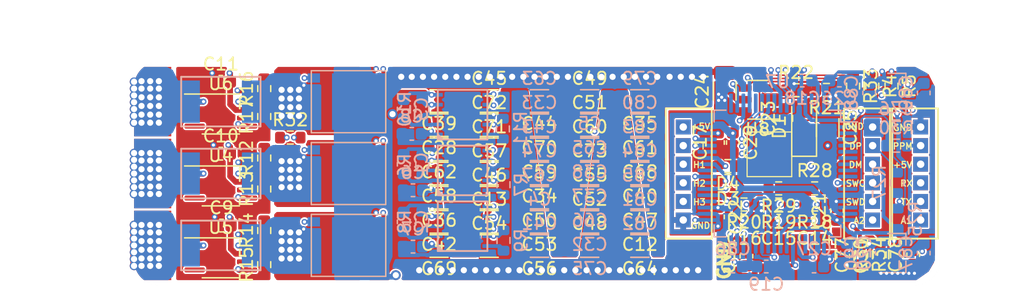
<source format=kicad_pcb>
(kicad_pcb (version 20221018) (generator pcbnew)
  (layers (0 "F.Cu" signal) (1 "In1.Cu" signal) (2 "In2.Cu" signal) (31 "B.Cu" signal) (34 "B.Paste" user) (35 "F.Paste" user) (36 "B.SilkS" user "B.Silkscreen") (37 "F.SilkS" user "F.Silkscreen") (38 "B.Mask" user) (39 "F.Mask" user) (44 "Edge.Cuts" user))
  (net 0 "")
  (net 1 "VDD")
  (net 2 "Net-(Q1-Pad1)")
  (net 3 "Net-(Q2-Pad1)")
  (net 4 "VSS")
  (net 5 "Net-(Q3-Pad1)")
  (net 6 "Net-(Q5-Pad1)")
  (net 7 "Net-(Q6-Pad1)")
  (net 8 "Net-(C1-Pad1)")
  (net 9 "Net-(C2-Pad1)")
  (net 10 "Net-(C3-Pad1)")
  (net 11 "Net-(U4-Pad4)")
  (net 12 "Net-(U5-Pad4)")
  (net 13 "Net-(U6-Pad4)")
  (net 14 "Net-(U7-Pad4)")
  (net 15 "Net-(U7-Pad2)")
  (net 16 "Net-(U7-Pad3)")
  (net 17 "Net-(U7-Pad20)")
  (net 18 "Net-(U7-Pad23)")
  (net 19 "Net-(U7-Pad33)")
  (net 20 "Net-(U7-Pad40)")
  (net 21 "Net-(U7-Pad50)")
  (net 22 "Net-(U7-Pad51)")
  (net 23 "Net-(U7-Pad52)")
  (net 24 "Net-(U7-Pad53)")
  (net 25 "Net-(U7-Pad54)")
  (net 26 "Net-(U7-Pad55)")
  (net 27 "Net-(U7-Pad56)")
  (net 28 "Net-(U7-Pad25)")
  (net 29 "Net-(U7-Pad59)")
  (net 30 "Net-(U7-Pad28)")
  (net 31 "Net-(P1-Pad1)")
  (net 32 "Net-(P2-Pad1)")
  (net 33 "Net-(P3-Pad1)")
  (net 34 "SH1")
  (net 35 "SH2")
  (net 36 "SH3")
  (net 37 "C1")
  (net 38 "C2")
  (net 39 "C3")
  (net 40 "Net-(C17-Pad2)")
  (net 41 "Net-(C18-Pad2)")
  (net 42 "VCC")
  (net 43 "SENS_SUPPLY")
  (net 44 "Net-(R6-Pad2)")
  (net 45 "Net-(R8-Pad2)")
  (net 46 "Net-(R10-Pad2)")
  (net 47 "SENS_1")
  (net 48 "SENS_2")
  (net 49 "SENS_3")
  (net 50 "I1")
  (net 51 "I2")
  (net 52 "I3")
  (net 53 "LI1")
  (net 54 "HI1")
  (net 55 "LI2")
  (net 56 "HI2")
  (net 57 "LI3")
  (net 58 "HI3")
  (net 59 "Net-(C23-Pad1)")
  (net 60 "Net-(C23-Pad2)")
  (net 61 "USB-DM")
  (net 62 "USB-DP")
  (net 63 "Net-(D3-Pad1)")
  (net 64 "Net-(D4-Pad1)")
  (net 65 "LED_GREEN")
  (net 66 "LED_RED")
  (net 67 "HALL_1")
  (net 68 "HALL_2")
  (net 69 "HALL_3")
  (net 70 "SWCLK")
  (net 71 "SWDIO")
  (net 72 "Net-(C30-Pad1)")
  (net 73 "Net-(C31-Pad1)")
  (net 74 "SERVO")
  (net 75 "TEMP_MOTOR")
  (net 76 "RX")
  (net 77 "TX")
  (net 78 "EN")
  (net 79 "servoi")
  (net 80 "Net-(C77-Pad2)")
  (net 81 "Net-(Q4-Pad1)")
  (net 82 "+5V")
  (net 83 "Net-(R7-Pad1)")
  (net 84 "Net-(R9-Pad1)")
  (net 85 "Net-(R11-Pad1)")
  (net 86 "Net-(R21-Pad2)")
  (net 87 "VAA")
  (net 88 "Net-(C20-Pad2)")
  (net 89 "Net-(P10-Pad4)")
  (net 90 "ADC_EXT2")
  (net 91 "Net-(P10-Pad5)")
  (net 92 "ADC_EXT1")
  (net 93 "Net-(U7-Pad57)")
  (net 94 "Net-(U7-Pad61)")
  (net 95 "Net-(U7-Pad62)")
  (footprint "Package_SO:MSOP-8_3x3mm_P0.65mm" (layer "F.Cu") (at 75 92)
    (fp_text reference "U4")
    (fp_text value "AD8418")
  )
  (footprint "Package_SO:MSOP-8_3x3mm_P0.65mm" (layer "F.Cu") (at 75 97.8)
    (fp_text reference "U5")
    (fp_text value "AD8418")
  )
  (footprint "Package_SO:MSOP-8_3x3mm_P0.65mm" (layer "F.Cu") (at 75 86.2)
    (fp_text reference "U6")
    (fp_text value "AD8418")
  )
  (footprint "Capacitor_SMD:C_0603_1608Metric" (layer "F.Cu") (at 75.05 95.2)
    (fp_text reference "C9")
    (fp_text value "2u2")
  )
  (footprint "Capacitor_SMD:C_0603_1608Metric" (layer "F.Cu") (at 75 89.4)
    (fp_text reference "C10")
    (fp_text value "2u2")
  )
  (footprint "Capacitor_SMD:C_0603_1608Metric" (layer "F.Cu") (at 75 83.6)
    (fp_text reference "C11")
    (fp_text value "2u2")
  )
  (footprint "Capacitor_SMD:C_0603_1608Metric" (layer "F.Cu") (at 122.9 94.8 180)
    (fp_text reference "C14")
    (fp_text value "4n7")
  )
  (footprint "Capacitor_SMD:C_0603_1608Metric" (layer "F.Cu") (at 120 94.8 180)
    (fp_text reference "C15")
    (fp_text value "4n7")
  )
  (footprint "Capacitor_SMD:C_0603_1608Metric" (layer "F.Cu") (at 117.2 94.8 180)
    (fp_text reference "C16")
    (fp_text value "4n7")
  )
  (footprint "Capacitor_SMD:C_0603_1608Metric" (layer "F.Cu") (at 115.1 88.5 90)
    (fp_text reference "C17")
    (fp_text value "2u2")
  )
  (footprint "Capacitor_SMD:C_0603_1608Metric" (layer "F.Cu") (at 124.7 94 90)
    (fp_text reference "C21")
    (fp_text value "2u2")
  )
  (footprint "Resistor_SMD:R_0603_1608Metric" (layer "F.Cu") (at 127.55 83.95 -90)
    (fp_text reference "R4")
    (fp_text value "25k5")
  )
  (footprint "Resistor_SMD:R_0603_1608Metric" (layer "F.Cu") (at 129.1 83.95 -90)
    (fp_text reference "R5")
    (fp_text value "2k2")
  )
  (footprint "Resistor_SMD:R_0603_1608Metric" (layer "F.Cu") (at 78.5 89.75 90)
    (fp_text reference "R12")
    (fp_text value "25k5")
  )
  (footprint "Resistor_SMD:R_0603_1608Metric" (layer "F.Cu") (at 78.5 92.25 90)
    (fp_text reference "R13")
    (fp_text value "2k2")
  )
  (footprint "Resistor_SMD:R_0603_1608Metric" (layer "F.Cu") (at 78.5 95.6 90)
    (fp_text reference "R14")
    (fp_text value "25k5")
  )
  (footprint "Resistor_SMD:R_0603_1608Metric" (layer "F.Cu") (at 78.5 98.35 90)
    (fp_text reference "R15")
    (fp_text value "2k2")
  )
  (footprint "Resistor_SMD:R_0603_1608Metric" (layer "F.Cu") (at 78.5 84.15 90)
    (fp_text reference "R16")
    (fp_text value "25k5")
  )
  (footprint "Resistor_SMD:R_0603_1608Metric" (layer "F.Cu") (at 78.5 86.4 90)
    (fp_text reference "R17")
    (fp_text value "2k2")
  )
  (footprint "Resistor_SMD:R_0603_1608Metric" (layer "F.Cu") (at 122.9 93.5 180)
    (fp_text reference "R18")
    (fp_text value "100R")
  )
  (footprint "Resistor_SMD:R_0603_1608Metric" (layer "F.Cu") (at 120 93.5 180)
    (fp_text reference "R19")
    (fp_text value "100R")
  )
  (footprint "Resistor_SMD:R_0603_1608Metric" (layer "F.Cu") (at 117.2 93.5 180)
    (fp_text reference "R20")
    (fp_text value "100R")
  )
  (footprint "Resistor_SMD:R_0603_1608Metric" (layer "F.Cu") (at 120.6 86.55 90)
    (fp_text reference "C23")
    (fp_text value "220nF")
  )
  (footprint "Resistor_SMD:R_1206_3216Metric" (layer "F.Cu") (at 115.65 84.35 90)
    (fp_text reference "C24")
    (fp_text value "10u")
  )
  (footprint "Resistor_SMD:R_1206_3216Metric" (layer "F.Cu") (at 123.95 87.3 -90)
    (fp_text reference "C25")
    (fp_text value "10u")
  )
  (footprint "Diode_SMD:D_SOD-123" (layer "F.Cu") (at 122.05 87.25 90)
    (fp_text reference "D1")
    (fp_text value "D_Schottky")
  )
  (footprint "Resistor_SMD:R_0603_1608Metric" (layer "F.Cu") (at 123.85 84.26 180)
    (fp_text reference "R21")
    (fp_text value "510R")
  )
  (footprint "Resistor_SMD:R_0603_1608Metric" (layer "F.Cu") (at 121.4 84.28)
    (fp_text reference "R22")
    (fp_text value "8k")
  )
  (footprint "Package_TO_SOT_SMD:SOT-23-6" (layer "F.Cu") (at 118.3 85.05 180)
    (fp_text reference "U8")
    (fp_text value "LMR16006")
  )
  (footprint "kicad_subory:JST_ZH_1.5_6-Pin" (layer "F.Cu") (at 112.3 91 90)
    (fp_text reference "P9" hide)
    (fp_text value "CONN_01X06" hide)
  )
  (footprint "kicad_subory:JST_ZH_1.5_6-Pin" (layer "F.Cu") (at 127.575 91 -90)
    (fp_text reference "P10" hide)
    (fp_text value "CONN_01X06")
  )
  (footprint "Resistor_SMD:R_0603_1608Metric" (layer "F.Cu") (at 115.9 91.6 180)
    (fp_text reference "D3")
    (fp_text value "LED")
  )
  (footprint "Resistor_SMD:R_0603_1608Metric" (layer "F.Cu") (at 115.9 90.4 180)
    (fp_text reference "D4")
    (fp_text value "LED")
  )
  (footprint "Resistor_SMD:R_0603_1608Metric" (layer "F.Cu") (at 122.9 92.2)
    (fp_text reference "R28")
    (fp_text value "220R")
  )
  (footprint "Resistor_SMD:R_0603_1608Metric" (layer "F.Cu") (at 120 92.2 180)
    (fp_text reference "R29")
    (fp_text value "220R")
  )
  (footprint "Capacitor_SMD:C_0603_1608Metric" (layer "F.Cu") (at 125.2 97.667094 -90)
    (fp_text reference "C30")
    (fp_text value "10pF")
  )
  (footprint "Capacitor_SMD:C_0603_1608Metric" (layer "F.Cu") (at 117.4 97.667094 90)
    (fp_text reference "C31")
    (fp_text value "10pF")
  )
  (footprint "mojaKniznica:5x3.2KRISTALL" (layer "F.Cu") (at 121.32331 97.667094 180)
    (fp_text reference "X1" hide)
    (fp_text value "CRYSTAL_SMD" hide)
  )
  (footprint "Resistor_SMD:R_1206_3216Metric" (layer "F.Cu") (at 108.8 94.9 180)
    (fp_text reference "C12")
    (fp_text value "10u")
  )
  (footprint "Resistor_SMD:R_1206_3216Metric" (layer "F.Cu") (at 96.65 94.9)
    (fp_text reference "C13")
    (fp_text value "10u")
  )
  (footprint "Resistor_SMD:R_1206_3216Metric" (layer "F.Cu") (at 100.7 91 180)
    (fp_text reference "C34")
    (fp_text value "C")
  )
  (footprint "Resistor_SMD:R_1206_3216Metric" (layer "F.Cu") (at 108.8 91 180)
    (fp_text reference "C40")
    (fp_text value "C")
  )
  (footprint "Resistor_SMD:R_1206_3216Metric" (layer "F.Cu") (at 92.6 94.9 180)
    (fp_text reference "C42")
    (fp_text value "C")
  )
  (footprint "Resistor_SMD:R_1206_3216Metric" (layer "F.Cu") (at 100.7 85.15 180)
    (fp_text reference "C44")
    (fp_text value "C")
  )
  (footprint "Resistor_SMD:R_1206_3216Metric" (layer "F.Cu") (at 96.65 85.15)
    (fp_text reference "C45")
    (fp_text value "C")
  )
  (footprint "Resistor_SMD:R_1206_3216Metric" (layer "F.Cu") (at 96.65 92.95)
    (fp_text reference "C46")
    (fp_text value "C")
  )
  (footprint "Resistor_SMD:R_1206_3216Metric" (layer "F.Cu") (at 108.8 92.95 180)
    (fp_text reference "C47")
    (fp_text value "C")
  )
  (footprint "Resistor_SMD:R_1206_3216Metric" (layer "F.Cu") (at 104.75 96.85)
    (fp_text reference "C48")
    (fp_text value "10u")
  )
  (footprint "Resistor_SMD:R_1206_3216Metric" (layer "F.Cu") (at 104.75 85.15)
    (fp_text reference "C49")
    (fp_text value "C")
  )
  (footprint "Resistor_SMD:R_1206_3216Metric" (layer "F.Cu") (at 100.7 92.95 180)
    (fp_text reference "C50")
    (fp_text value "C")
  )
  (footprint "Resistor_SMD:R_1206_3216Metric" (layer "F.Cu") (at 104.75 87.1)
    (fp_text reference "C51")
    (fp_text value "C")
  )
  (footprint "Resistor_SMD:R_1206_3216Metric" (layer "F.Cu") (at 104.75 94.9)
    (fp_text reference "C52")
    (fp_text value "C")
  )
  (footprint "Resistor_SMD:R_1206_3216Metric" (layer "F.Cu") (at 100.7 94.9 180)
    (fp_text reference "C53")
    (fp_text value "C")
  )
  (footprint "Resistor_SMD:R_1206_3216Metric" (layer "F.Cu") (at 96.65 96.85)
    (fp_text reference "C54")
    (fp_text value "C")
  )
  (footprint "Resistor_SMD:R_1206_3216Metric" (layer "F.Cu") (at 104.75 92.95)
    (fp_text reference "C55")
    (fp_text value "C")
  )
  (footprint "Resistor_SMD:R_1206_3216Metric" (layer "F.Cu") (at 100.7 96.85 180)
    (fp_text reference "C56")
    (fp_text value "C")
  )
  (footprint "Resistor_SMD:R_1206_3216Metric" (layer "F.Cu") (at 96.65 91)
    (fp_text reference "C57")
    (fp_text value "C")
  )
  (footprint "Resistor_SMD:R_1206_3216Metric" (layer "F.Cu") (at 92.6 91 180)
    (fp_text reference "C58")
    (fp_text value "C")
  )
  (footprint "Resistor_SMD:R_1206_3216Metric" (layer "F.Cu") (at 100.7 89.05 180)
    (fp_text reference "C59")
    (fp_text value "C")
  )
  (footprint "Resistor_SMD:R_1206_3216Metric" (layer "F.Cu") (at 108.8 96.85 180)
    (fp_text reference "C64")
    (fp_text value "C")
  )
  (footprint "kicad_subory:JST_ZH_1.5_6-Pin" (layer "F.Cu") (at 131.45 91 -90)
    (fp_text reference "P11" hide)
    (fp_text value "CONN_01X06")
  )
  (footprint "Resistor_SMD:R_1206_3216Metric" (layer "F.Cu") (at 108.8 89.05 180)
    (fp_text reference "C68")
    (fp_text value "C")
  )
  (footprint "Resistor_SMD:R_1206_3216Metric" (layer "F.Cu") (at 92.6 96.85 180)
    (fp_text reference "C69")
    (fp_text value "C")
  )
  (footprint "Resistor_SMD:R_1206_3216Metric" (layer "F.Cu") (at 100.7 87.1 180)
    (fp_text reference "C70")
    (fp_text value "C")
  )
  (footprint "Resistor_SMD:R_1206_3216Metric" (layer "F.Cu") (at 96.65 89.05)
    (fp_text reference "C71")
    (fp_text value "C")
  )
  (footprint "Resistor_SMD:R_1206_3216Metric" (layer "F.Cu") (at 96.65 87.1)
    (fp_text reference "C72")
    (fp_text value "C")
  )
  (footprint "Resistor_SMD:R_1206_3216Metric" (layer "F.Cu") (at 104.75 91)
    (fp_text reference "C73")
    (fp_text value "C")
  )
  (footprint "kicad_subory:prekov" (layer "F.Cu") (at 70.4 93.15 90)
    (fp_text reference "P1" hide)
    (fp_text value "CONN_1")
  )
  (footprint "kicad_subory:prekov" (layer "F.Cu") (at 68.2 94.65 -90)
    (fp_text reference "P2" hide)
    (fp_text value "CONN_1")
  )
  (footprint "kicad_subory:prekov" (layer "F.Cu") (at 70.4 87.35 90)
    (fp_text reference "P3" hide)
    (fp_text value "CONN_1")
  )
  (footprint "kicad_subory:prekov" (layer "F.Cu") (at 79.5 88.9 -90)
    (fp_text reference "P4" hide)
    (fp_text value "CONN_1")
  )
  (footprint "kicad_subory:prekov" (layer "F.Cu") (at 81.7 98.95 90)
    (fp_text reference "P5" hide)
    (fp_text value "CONN_1")
  )
  (footprint "kicad_subory:prekov" (layer "F.Cu") (at 81.7 87.45 90)
    (fp_text reference "P6" hide)
    (fp_text value "CONN_1")
  )
  (footprint "Capacitor_SMD:C_0603_1608Metric" (layer "F.Cu") (at 126.55 97.6 90)
    (fp_text reference "C77")
    (fp_text value "2u2")
  )
  (footprint "Resistor_SMD:R_0603_1608Metric" (layer "F.Cu") (at 128.15 97.55 90)
    (fp_text reference "R31")
    (fp_text value "10k")
  )
  (footprint "Resistor_SMD:R_0603_1608Metric" (layer "F.Cu") (at 80.6 88.1)
    (fp_text reference "R32")
    (fp_text value "10kNTC")
  )
  (footprint "Resistor_SMD:R_0603_1608Metric" (layer "F.Cu") (at 126 83.95 -90)
    (fp_text reference "R33")
    (fp_text value "10k")
  )
  (footprint "Capacitor_SMD:C_0603_1608Metric" (layer "F.Cu") (at 130.85 97.55 90)
    (fp_text reference "C78")
    (fp_text value "2u2")
  )
  (footprint "Resistor_SMD:R_0603_1608Metric" (layer "F.Cu") (at 129.55 97.55 90)
    (fp_text reference "R34")
    (fp_text value "10k")
  )
  (footprint "Resistor_SMD:R_1206_3216Metric" (layer "F.Cu") (at 92.6 87.1 180)
    (fp_text reference "C28")
    (fp_text value "10u")
  )
  (footprint "Resistor_SMD:R_1206_3216Metric" (layer "F.Cu") (at 108.8 85.15 180)
    (fp_text reference "C35")
    (fp_text value "C")
  )
  (footprint "Resistor_SMD:R_1206_3216Metric" (layer "F.Cu") (at 92.6 92.95 180)
    (fp_text reference "C36")
    (fp_text value "C")
  )
  (footprint "Resistor_SMD:R_1206_3216Metric" (layer "F.Cu") (at 92.6 85.15 180)
    (fp_text reference "C39")
    (fp_text value "10u")
  )
  (footprint "Resistor_SMD:R_1206_3216Metric" (layer "F.Cu") (at 104.75 89.05)
    (fp_text reference "C60")
    (fp_text value "10u")
  )
  (footprint "Resistor_SMD:R_1206_3216Metric" (layer "F.Cu") (at 108.8 87.1 180)
    (fp_text reference "C61")
    (fp_text value "10u")
  )
  (footprint "Resistor_SMD:R_1206_3216Metric" (layer "F.Cu") (at 92.6 89.05 180)
    (fp_text reference "C62")
    (fp_text value "10u")
  )
  (footprint "kicad_subory:DFN5" (layer "F.Cu") (at 85.3 91 180)
    (fp_text reference "Q2" hide)
    (fp_text value "Q_NMOS_GSD")
  )
  (footprint "kicad_subory:DFN5" (layer "F.Cu") (at 85.305 96.8 180)
    (fp_text reference "Q4" hide)
    (fp_text value "Q_NMOS_GSD")
  )
  (footprint "kicad_subory:DFN5" (layer "F.Cu") (at 85.305 85.2 180)
    (fp_text reference "Q6" hide)
    (fp_text value "Q_NMOS_GSD")
  )
  (footprint "Capacitor_SMD:C_0603_1608Metric" (layer "F.Cu") (at 115.1 94.5 -90)
    (fp_text reference "C22")
    (fp_text value "2u2")
  )
  (footprint "Capacitor_SMD:C_0603_1608Metric" (layer "F.Cu") (at 116.3 88.5 -90)
    (fp_text reference "C29")
    (fp_text value "2u2")
  )
  (footprint "mojaKniznica:WE-MAPI" (layer "F.Cu") (at 119.25 89.45 -90)
    (fp_text reference "L1" hide)
    (fp_text value "22uH")
  )
  (footprint "Capacitor_SMD:C_0603_1608Metric" (layer "B.Cu") (at 89.75 90.25 90)
    (fp_text reference "C1")
    (fp_text value "220n")
  )
  (footprint "Capacitor_SMD:C_0603_1608Metric" (layer "B.Cu") (at 89.75 94.9 90)
    (fp_text reference "C2")
    (fp_text value "220n")
  )
  (footprint "Capacitor_SMD:C_0603_1608Metric" (layer "B.Cu") (at 89.75 85.8 90)
    (fp_text reference "C3")
    (fp_text value "220n")
  )
  (footprint "Package_QFP:LQFP-64_10x10mm_P0.5mm" (layer "B.Cu") (at 119.9 91 180)
    (fp_text reference "U7")
    (fp_text value "STM32F40X_LQFP64")
  )
  (footprint "Capacitor_SMD:C_0603_1608Metric" (layer "B.Cu") (at 90.5 92.35 180)
    (fp_text reference "C6")
    (fp_text value "2u2")
  )
  (footprint "Capacitor_SMD:C_0603_1608Metric" (layer "B.Cu") (at 90.5 96.9 180)
    (fp_text reference "C7")
    (fp_text value "2u2")
  )
  (footprint "Capacitor_SMD:C_0603_1608Metric" (layer "B.Cu") (at 90.4 87.8 180)
    (fp_text reference "C8")
    (fp_text value "2u2")
  )
  (footprint "Capacitor_SMD:C_0603_1608Metric" (layer "B.Cu") (at 121.9 83.5)
    (fp_text reference "C18")
    (fp_text value "2u2")
  )
  (footprint "Capacitor_SMD:C_0603_1608Metric" (layer "B.Cu") (at 119 98.5)
    (fp_text reference "C19")
    (fp_text value "2u2")
  )
  (footprint "Capacitor_SMD:C_0603_1608Metric" (layer "B.Cu") (at 125.5 97.4 90)
    (fp_text reference "C20")
    (fp_text value "220nF")
  )
  (footprint "Resistor_SMD:R_0603_1608Metric" (layer "B.Cu") (at 91.25 90.35 -90)
    (fp_text reference "R6")
    (fp_text value "7R5")
  )
  (footprint "Resistor_SMD:R_0603_1608Metric" (layer "B.Cu") (at 97.8 91.9 90)
    (fp_text reference "R7")
    (fp_text value "7R5")
  )
  (footprint "Resistor_SMD:R_0603_1608Metric" (layer "B.Cu") (at 91.25 94.9 -90)
    (fp_text reference "R8")
    (fp_text value "7R5")
  )
  (footprint "Resistor_SMD:R_0603_1608Metric" (layer "B.Cu") (at 97.8 96.4 90)
    (fp_text reference "R9")
    (fp_text value "7R5")
  )
  (footprint "Resistor_SMD:R_0603_1608Metric" (layer "B.Cu") (at 91.25 85.8 -90)
    (fp_text reference "R10")
    (fp_text value "7R5")
  )
  (footprint "Resistor_SMD:R_0603_1608Metric" (layer "B.Cu") (at 97.75 87.4 90)
    (fp_text reference "R11")
    (fp_text value "7R5")
  )
  (footprint "Resistor_SMD:R_0603_1608Metric" (layer "B.Cu") (at 129.6 94.65 90)
    (fp_text reference "R25")
    (fp_text value "22R")
  )
  (footprint "Resistor_SMD:R_0603_1608Metric" (layer "B.Cu") (at 129.55 91.75 -90)
    (fp_text reference "R27")
    (fp_text value "22R")
  )
  (footprint "Resistor_SMD:R_1206_3216Metric" (layer "B.Cu") (at 100.7 94.9 180)
    (fp_text reference "C4")
    (fp_text value "10u")
  )
  (footprint "Resistor_SMD:R_1206_3216Metric" (layer "B.Cu") (at 104.75 85.15)
    (fp_text reference "C5")
    (fp_text value "10u")
  )
  (footprint "Resistor_SMD:R_1206_3216Metric" (layer "B.Cu") (at 100.7 87.1 180)
    (fp_text reference "C33")
    (fp_text value "C")
  )
  (footprint "Resistor_SMD:R_1206_3216Metric" (layer "B.Cu") (at 104.75 91)
    (fp_text reference "C37")
    (fp_text value "C")
  )
  (footprint "Resistor_SMD:R_1206_3216Metric" (layer "B.Cu") (at 104.75 89.05)
    (fp_text reference "C38")
    (fp_text value "C")
  )
  (footprint "Resistor_SMD:R_1206_3216Metric" (layer "B.Cu") (at 100.7 96.85 180)
    (fp_text reference "C41")
    (fp_text value "C")
  )
  (footprint "Resistor_SMD:R_1206_3216Metric" (layer "B.Cu") (at 100.7 89.05 180)
    (fp_text reference "C43")
    (fp_text value "C")
  )
  (footprint "Resistor_SMD:R_1206_3216Metric" (layer "B.Cu") (at 104.75 87.1)
    (fp_text reference "C65")
    (fp_text value "C")
  )
  (footprint "Resistor_SMD:R_1206_3216Metric" (layer "B.Cu") (at 104.75 92.95)
    (fp_text reference "C66")
    (fp_text value "C")
  )
  (footprint "Resistor_SMD:R_1206_3216Metric" (layer "B.Cu") (at 100.7 92.95 180)
    (fp_text reference "C67")
    (fp_text value "C")
  )
  (footprint "Resistor_SMD:R_0603_1608Metric" (layer "B.Cu") (at 129.5 87.2 180)
    (fp_text reference "C76")
    (fp_text value "100n")
  )
  (footprint "Resistor_SMD:R_0603_1608Metric" (layer "B.Cu") (at 129.5 88.75 180)
    (fp_text reference "R30")
    (fp_text value "100R")
  )
  (footprint "Resistor_SMD:R_1206_3216Metric" (layer "B.Cu") (at 104.75 94.9)
    (fp_text reference "C32")
    (fp_text value "10u")
  )
  (footprint "Resistor_SMD:R_1206_3216Metric" (layer "B.Cu") (at 100.7 85.15 180)
    (fp_text reference "C63")
    (fp_text value "10u")
  )
  (footprint "Resistor_SMD:R_1206_3216Metric" (layer "B.Cu") (at 100.7 91 180)
    (fp_text reference "C74")
    (fp_text value "10u")
  )
  (footprint "Resistor_SMD:R_1206_3216Metric" (layer "B.Cu") (at 104.75 96.85)
    (fp_text reference "C75")
    (fp_text value "10u")
  )
  (footprint "Resistor_SMD:R_1206_3216Metric" (layer "B.Cu") (at 108.8 85.15 180)
    (fp_text reference "C79")
    (fp_text value "10u")
  )
  (footprint "Resistor_SMD:R_1206_3216Metric" (layer "B.Cu") (at 108.8 87.1 180)
    (fp_text reference "C80")
    (fp_text value "C")
  )
  (footprint "Resistor_SMD:R_1206_3216Metric" (layer "B.Cu") (at 108.8 94.9 180)
    (fp_text reference "C81")
    (fp_text value "C")
  )
  (footprint "Resistor_SMD:R_1206_3216Metric" (layer "B.Cu") (at 108.8 96.85 180)
    (fp_text reference "C82")
    (fp_text value "10u")
  )
  (footprint "Resistor_SMD:R_1206_3216Metric" (layer "B.Cu") (at 108.8 89.05 180)
    (fp_text reference "C83")
    (fp_text value "C")
  )
  (footprint "Resistor_SMD:R_1206_3216Metric" (layer "B.Cu") (at 108.8 91 180)
    (fp_text reference "C84")
    (fp_text value "10u")
  )
  (footprint "Resistor_SMD:R_1206_3216Metric" (layer "B.Cu") (at 108.8 92.95 180)
    (fp_text reference "C85")
    (fp_text value "10u")
  )
  (footprint "kicad_subory:DFN5" (layer "B.Cu") (at 85.295 91)
    (fp_text reference "Q1" hide)
    (fp_text value "Q_NMOS_GSD")
  )
  (footprint "kicad_subory:DFN5" (layer "B.Cu") (at 85.295 96.8)
    (fp_text reference "Q3" hide)
    (fp_text value "Q_NMOS_GSD")
  )
  (footprint "kicad_subory:DFN5" (layer "B.Cu") (at 85.295 85.2)
    (fp_text reference "Q5" hide)
    (fp_text value "Q_NMOS_GSD")
  )
  (footprint "kicad_subory:WSON10_" (layer "B.Cu") (at 94.5 90.75 -90)
    (fp_text reference "U1" hide)
    (fp_text value "LM5113")
  )
  (footprint "kicad_subory:WSON10_" (layer "B.Cu") (at 94.5 95.25 -90)
    (fp_text reference "U2" hide)
    (fp_text value "LM5113")
  )
  (footprint "kicad_subory:WSON10_" (layer "B.Cu") (at 94.5 86.25 -90)
    (fp_text reference "U3" hide)
    (fp_text value "LM5113")
  )
  (footprint "mojaKniznica:2512Rv2" (layer "B.Cu") (at 75 91)
    (fp_text reference "R1" hide)
    (fp_text value "RSENS")
  )
  (footprint "mojaKniznica:2512Rv2" (layer "B.Cu") (at 75 96.8)
    (fp_text reference "R2" hide)
    (fp_text value "RSENS")
  )
  (footprint "mojaKniznica:2512Rv2" (layer "B.Cu") (at 75 85.2)
    (fp_text reference "R3" hide)
    (fp_text value "RSENS")
  )
  (footprint "Capacitor_SMD:C_0603_1608Metric" (layer "B.Cu") (at 124.9 83.5)
    (fp_text reference "C26")
    (fp_text value "2u2")
  )
  (footprint "Capacitor_SMD:C_0603_1608Metric" (layer "B.Cu") (at 122.85 98.5 180)
    (fp_text reference "C27")
    (fp_text value "2u2")
  )
  (footprint "Capacitor_SMD:C_0603_1608Metric" (layer "B.Cu") (at 116.3 98.5 180)
    (fp_text reference "C86")
    (fp_text value "2u2")
  )
  (footprint "Capacitor_SMD:C_0603_1608Metric" (layer "B.Cu") (at 131.7 97.417242 -90)
    (fp_text reference "C87")
    (fp_text value "2u2")
  )
  (footprint "Capacitor_SMD:C_0603_1608Metric" (layer "B.Cu") (at 127.3 84.5 -90)
    (fp_text reference "C88")
    (fp_text value "2u2")
  )
  (footprint "Capacitor_SMD:C_0603_1608Metric" (layer "B.Cu") (at 131.7 84.5 -90)
    (fp_text reference "C89")
    (fp_text value "2u2")
  )
  (footprint "Capacitor_SMD:C_0603_1608Metric" (layer "B.Cu") (at 127.3 97.417242 -90)
    (fp_text reference "C90")
    (fp_text value "2u2")
  )
  (footprint "TO_SOT_Packages_SMD:SOT-23" (layer "B.Cu") (at 129.5 84.5)
    (fp_text reference "U9" hide)
    (fp_text value "MCP1700")
  )
  (footprint "TO_SOT_Packages_SMD:SOT-23" (layer "B.Cu") (at 129.5 97.417242)
    (fp_text reference "U10" hide)
    (fp_text value "MCP1700")
  )
  (gr_line (start 133 84) (end 133 98) (stroke (width 0.001)) (layer "Edge.Cuts"))
  (gr_arc (start 133 98) (mid 132.414214 99.414214) (end 131 100) (stroke (width 0.001)) (layer "Edge.Cuts"))
  (gr_arc (start 131 82) (mid 132.414214 82.585786) (end 133 84) (stroke (width 0.001)) (layer "Edge.Cuts"))
  (gr_line (start 70 100) (end 131 100) (stroke (width 0.001)) (layer "Edge.Cuts"))
  (gr_arc (start 68 84) (mid 68.585786 82.585786) (end 70 82) (stroke (width 0.001)) (layer "Edge.Cuts"))
  (gr_line (start 68 84) (end 68 98) (stroke (width 0.001)) (layer "Edge.Cuts"))
  (gr_arc (start 70 100) (mid 68.585786 99.414214) (end 68 98) (stroke (width 0.001)) (layer "Edge.Cuts"))
  (gr_line (start 70 82) (end 131 82) (stroke (width 0.001)) (layer "Edge.Cuts"))
  (gr_text "H1" (at 113.6 90.3) (layer "F.SilkS") (effects (font (size 0.5 0.5) (thickness 0.1))))
  (gr_text "H2" (at 113.6 91.8) (layer "F.SilkS") (effects (font (size 0.5 0.5) (thickness 0.1))))
  (gr_text "H3" (at 113.6 93.3) (layer "F.SilkS") (effects (font (size 0.5 0.5) (thickness 0.1))))
  (gr_text "GND" (at 113.7 95.2) (layer "F.SilkS") (effects (font (size 0.5 0.5) (thickness 0.1))))
  (gr_text "T" (at 113.9 88.8) (layer "F.SilkS") (effects (font (size 0.5 0.5) (thickness 0.1))))
  (gr_text "GND" (at 130 87.3) (layer "F.SilkS") (effects (font (size 0.5 0.5) (thickness 0.1))))
  (gr_text "GND" (at 126.1 87.2) (layer "F.SilkS") (effects (font (size 0.5 0.5) (thickness 0.1))))
  (gr_text "PPM" (at 130 88.8) (layer "F.SilkS") (effects (font (size 0.5 0.5) (thickness 0.1))))
  (gr_text "+5V" (at 130 90.3) (layer "F.SilkS") (effects (font (size 0.5 0.5) (thickness 0.1))))
  (gr_text "RX" (at 130.3 91.8) (layer "F.SilkS") (effects (font (size 0.5 0.5) (thickness 0.1))))
  (gr_text "TX" (at 130.3 93.3) (layer "F.SilkS") (effects (font (size 0.5 0.5) (thickness 0.1))))
  (gr_text "A1" (at 130.3 94.8) (layer "F.SilkS") (effects (font (size 0.5 0.5) (thickness 0.1))))
  (gr_text "A2" (at 126.5 94.8) (layer "F.SilkS") (effects (font (size 0.5 0.5) (thickness 0.1))))
  (gr_text "SWD" (at 126.2 93.3) (layer "F.SilkS") (effects (font (size 0.5 0.5) (thickness 0.1))))
  (gr_text "SWC" (at 126.2 91.8) (layer "F.SilkS") (effects (font (size 0.5 0.5) (thickness 0.1))))
  (gr_text "DM" (at 126.2 90.3) (layer "F.SilkS") (effects (font (size 0.5 0.5) (thickness 0.1))))
  (gr_text "DP" (at 126.2 88.8) (layer "F.SilkS") (effects (font (size 0.5 0.5) (thickness 0.1))))
  (gr_text "GND" (at 115.6 98 90) (layer "F.SilkS") (effects (font (size 1 1) (thickness 0.25))))
  (gr_text "+5V" (at 113.7 87.2) (layer "F.SilkS") (effects (font (size 0.5 0.5) (thickness 0.1))))
  (segment (start 127.55 83.2) (end 127.55 82.75) (width 0.127) (layer "F.Cu") (net 1))
  (segment (start 115.65 84.047602) (end 116.552398 84.95) (width 0.46) (layer "F.Cu") (net 1))
  (segment (start 105.7 83.2) (end 106.6 83.2) (width 0.8) (layer "F.Cu") (net 1))
  (segment (start 119.174153 83.070501) (end 122.690501 83.070501) (width 0.127) (layer "F.Cu") (net 1))
  (segment (start 103.9 83.2) (end 104.8 83.2) (width 0.8) (layer "F.Cu") (net 1))
  (segment (start 102.1 83.2) (end 103 83.2) (width 0.8) (layer "F.Cu") (net 1))
  (segment (start 117.248158 82.9) (end 117.298159 82.849999) (width 0.127) (layer "F.Cu") (net 1))
  (segment (start 117.1 84.95) (end 117.2 85.05) (width 0.46) (layer "F.Cu") (net 1))
  (segment (start 96.7 83.2) (end 97.6 83.2) (width 0.8) (layer "F.Cu") (net 1))
  (segment (start 98.5 83.2) (end 99.4 83.2) (width 0.8) (layer "F.Cu") (net 1))
  (segment (start 115.65 82.9) (end 115.65 84.047602) (width 0.46) (layer "F.Cu") (net 1))
  (segment (start 91.3 83.2) (end 92.2 83.2) (width 0.8) (layer "F.Cu") (net 1))
  (segment (start 93.1 83.2) (end 94 83.2) (width 0.8) (layer "F.Cu") (net 1))
  (segment (start 125.423 83.2) (end 126 83.2) (width 0.127) (layer "F.Cu") (net 1))
  (segment (start 117.298159 82.849999) (end 118.953651 82.849999) (width 0.127) (layer "F.Cu") (net 1))
  (segment (start 118.953651 82.849999) (end 119.174153 83.070501) (width 0.127) (layer "F.Cu") (net 1))
  (segment (start 122.696479 83.076479) (end 125.299479 83.076479) (width 0.127) (layer "F.Cu") (net 1))
  (segment (start 115.65 82.9) (end 117.248158 82.9) (width 0.127) (layer "F.Cu") (net 1))
  (segment (start 115.65 82.9) (end 114.2 82.9) (width 0.3) (layer "F.Cu") (net 1))
  (segment (start 125.299479 83.076479) (end 125.423 83.2) (width 0.127) (layer "F.Cu") (net 1))
  (segment (start 112.1 83.2) (end 113 83.2) (width 0.8) (layer "F.Cu") (net 1))
  (segment (start 100.3 83.2) (end 101.2 83.2) (width 0.8) (layer "F.Cu") (net 1))
  (segment (start 109.3 83.2) (end 110.2 83.2) (width 0.8) (layer "F.Cu") (net 1))
  (segment (start 107.5 83.2) (end 108.4 83.2) (width 0.8) (layer "F.Cu") (net 1))
  (segment (start 122.690501 83.070501) (end 122.696479 83.076479) (width 0.127) (layer "F.Cu") (net 1))
  (segment (start 111 85.15) (end 110.25 85.15) (width 0.3) (layer "F.Cu") (net 1))
  (segment (start 94.9 83.2) (end 95.8 83.2) (width 0.8) (layer "F.Cu") (net 1))
  (segment (start 113.9 83.2) (end 113.9 84.94451) (width 0.8) (layer "F.Cu") (net 1))
  (segment (start 116.552398 84.95) (end 117.1 84.95) (width 0.46) (layer "F.Cu") (net 1))
  (segment (start 89.55 83.2) (end 90.4 83.2) (width 0.8) (layer "F.Cu") (net 1))
  (segment (start 114.2 82.9) (end 113.9 83.2) (width 0.3) (layer "F.Cu") (net 1))
  (via (at 103 83.2) (size 0.8) (drill 0.5) (layers "F.Cu" "B.Cu") (net 1))
  (via (at 111.2 83.2) (size 0.8) (drill 0.5) (layers "F.Cu" "B.Cu") (net 1))
  (via (at 105.7 83.2) (size 0.8) (drill 0.5) (layers "F.Cu" "B.Cu") (net 1))
  (via (at 113 83.2) (size 0.8) (drill 0.5) (layers "F.Cu" "B.Cu") (net 1))
  (via (at 109.3 83.2) (size 0.8) (drill 0.5) (layers "F.Cu" "B.Cu") (net 1))
  (via (at 113.9 83.2) (size 0.8) (drill 0.5) (layers "F.Cu" "B.Cu") (net 1))
  (via (at 102.1 83.2) (size 0.8) (drill 0.5) (layers "F.Cu" "B.Cu") (net 1))
  (via (at 112.1 83.2) (size 0.8) (drill 0.5) (layers "F.Cu" "B.Cu") (net 1))
  (via (at 94 83.2) (size 0.8) (drill 0.5) (layers "F.Cu" "B.Cu") (net 1))
  (via (at 89.113216 99.19975) (size 0.8) (drill 0.5) (layers "F.Cu" "B.Cu") (net 1))
  (via (at 99.4 83.2) (size 0.8) (drill 0.5) (layers "F.Cu" "B.Cu") (net 1))
  (via (at 91.3 83.2) (size 0.8) (drill 0.5) (layers "F.Cu" "B.Cu") (net 1))
  (via (at 96.7 83.2) (size 0.8) (drill 0.5) (layers "F.Cu" "B.Cu") (net 1))
  (via (at 103.9 83.2) (size 0.8) (drill 0.5) (layers "F.Cu" "B.Cu") (net 1))
  (via (at 92.2 83.2) (size 0.8) (drill 0.5) (layers "F.Cu" "B.Cu") (net 1))
  (via (at 104.8 83.2) (size 0.8) (drill 0.5) (layers "F.Cu" "B.Cu") (net 1))
  (via (at 93.1 83.2) (size 0.8) (drill 0.5) (layers "F.Cu" "B.Cu") (net 1))
  (via (at 110.2 83.2) (size 0.8) (drill 0.5) (layers "F.Cu" "B.Cu") (net 1))
  (via (at 106.6 83.2) (size 0.8) (drill 0.5) (layers "F.Cu" "B.Cu") (net 1))
  (via (at 101.2 83.2) (size 0.8) (drill 0.5) (layers "F.Cu" "B.Cu") (net 1))
  (via (at 107.5 83.2) (size 0.8) (drill 0.5) (layers "F.Cu" "B.Cu") (net 1))
  (via (at 90.4 83.2) (size 0.8) (drill 0.5) (layers "F.Cu" "B.Cu") (net 1))
  (via (at 94.9 83.2) (size 0.8) (drill 0.5) (layers "F.Cu" "B.Cu") (net 1))
  (via (at 95.8 83.2) (size 0.8) (drill 0.5) (layers "F.Cu" "B.Cu") (net 1))
  (via (at 108.4 83.2) (size 0.8) (drill 0.5) (layers "F.Cu" "B.Cu") (net 1))
  (via (at 127.55 82.75) (size 0.46) (drill 0.254) (layers "F.Cu" "B.Cu") (net 1))
  (via (at 100.3 83.2) (size 0.8) (drill 0.5) (layers "F.Cu" "B.Cu") (net 1))
  (via (at 97.6 83.2) (size 0.8) (drill 0.5) (layers "F.Cu" "B.Cu") (net 1))
  (via (at 98.5 83.2) (size 0.8) (drill 0.5) (layers "F.Cu" "B.Cu") (net 1))
  (via (at 89.55 83.2) (size 0.8) (drill 0.5) (layers "F.Cu" "B.Cu") (net 1))
  (segment (start 89.55 83.2) (end 89.95 82.8) (width 0.3) (layer "B.Cu") (net 1))
  (segment (start 88.2825 83.295) (end 89.455 83.295) (width 0.3) (layer "B.Cu") (net 1))
  (segment (start 92.2 83.2) (end 93.1 83.2) (width 0.8) (layer "B.Cu") (net 1))
  (segment (start 90.4 83.2) (end 91.3 83.2) (width 0.8) (layer "B.Cu") (net 1))
  (segment (start 97.6 83.2) (end 98.5 83.2) (width 0.8) (layer "B.Cu") (net 1))
  (segment (start 84.8425 99.3275) (end 88.985466 99.3275) (width 0.46) (layer "B.Cu") (net 1))
  (segment (start 104.8 83.2) (end 105.7 83.2) (width 0.8) (layer "B.Cu") (net 1))
  (segment (start 86.0175 85.2) (end 87.55 85.2) (width 0.8) (layer "B.Cu") (net 1))
  (segment (start 89.455 83.295) (end 89.55 83.2) (width 0.3) (layer "B.Cu") (net 1))
  (segment (start 108.4 83.2) (end 109.3 83.2) (width 0.8) (layer "B.Cu") (net 1))
  (segment (start 94 83.2) (end 94.9 83.2) (width 0.8) (layer "B.Cu") (net 1))
  (segment (start 88.985466 99.3275) (end 89.113216 99.19975) (width 0.46) (layer "B.Cu") (net 1))
  (segment (start 113 83.2) (end 113.9 83.2) (width 0.8) (layer "B.Cu") (net 1))
  (segment (start 101.2 83.2) (end 102.1 83.2) (width 0.8) (layer "B.Cu") (net 1))
  (segment (start 87.55 85.2) (end 89.55 83.2) (width 0.8) (layer "B.Cu") (net 1))
  (segment (start 99.4 83.2) (end 100.3 83.2) (width 0.8) (layer "B.Cu") (net 1))
  (segment (start 87.2 85.2) (end 89.5 82.9) (width 0.8) (layer "B.Cu") (net 1))
  (segment (start 95.8 83.2) (end 96.7 83.2) (width 0.8) (layer "B.Cu") (net 1))
  (segment (start 86.0175 85.2) (end 87.2 85.2) (width 0.8) (layer "B.Cu") (net 1))
  (segment (start 110.2 83.2) (end 111.2 83.2) (width 0.8) (layer "B.Cu") (net 1))
  (segment (start 86.0175 96.8) (end 87.177002 96.8) (width 0.46) (layer "B.Cu") (net 1))
  (segment (start 103 83.2) (end 103.9 83.2) (width 0.8) (layer "B.Cu") (net 1))
  (segment (start 106.6 83.2) (end 107.5 83.2) (width 0.8) (layer "B.Cu") (net 1))
  (segment (start 111.2 83.2) (end 112.1 83.2) (width 0.8) (layer "B.Cu") (net 1))
  (via (at 81.742998 89.1) (size 0.46) (drill 0.254) (layers "F.Cu" "B.Cu") (net 2))
  (via (at 92.01 89.95) (size 0.46) (drill 0.254) (layers "F.Cu" "B.Cu") (net 2))
  (segment (start 92.01 89.95) (end 91.6 89.95) (width 0.3) (layer "B.Cu") (net 2))
  (segment (start 91.6 89.95) (end 91.25 89.6) (width 0.3) (layer "B.Cu") (net 2))
  (segment (start 81.747998 89.095) (end 81.742998 89.1) (width 0.3) (layer "B.Cu") (net 2))
  (segment (start 82.5 89.095) (end 81.747998 89.095) (width 0.3) (layer "B.Cu") (net 2))
  (segment (start 92.6 89.95) (end 92.01 89.95) (width 0.3) (layer "B.Cu") (net 2))
  (segment (start 88.095 88.367998) (end 88.1 88.362998) (width 0.3) (layer "F.Cu") (net 3))
  (segment (start 88.095 89.095) (end 88.095 88.367998) (width 0.3) (layer "F.Cu") (net 3))
  (via (at 88.1 88.362998) (size 0.46) (drill 0.254) (layers "F.Cu" "B.Cu") (net 3))
  (via (at 97 91.587) (size 0.46) (drill 0.254) (layers "F.Cu" "B.Cu") (net 3))
  (segment (start 96.4 91.55) (end 97.4 91.55) (width 0.3) (layer "B.Cu") (net 3))
  (segment (start 96.4 91.55) (end 96.963 91.55) (width 0.3) (layer "B.Cu") (net 3))
  (segment (start 88.1 88.362998) (end 88.1 88.442999) (width 0.3) (layer "B.Cu") (net 3))
  (segment (start 96.963 91.55) (end 97 91.587) (width 0.3) (layer "B.Cu") (net 3))
  (segment (start 97.4 91.55) (end 97.8 91.15) (width 0.3) (layer "B.Cu") (net 3))
  (segment (start 72.895 86.525) (end 72.895 85.875) (width 0.46) (layer "F.Cu") (net 4))
  (segment (start 129.1 83.2) (end 129.1 82.75) (width 0.127) (layer "F.Cu") (net 4))
  (segment (start 123.77117 98.417094) (end 123.32229 98.865974) (width 0.3) (layer "F.Cu") (net 4))
  (segment (start 124.156042 84.8) (end 124.156042 85.643958) (width 0.46) (layer "F.Cu") (net 4))
  (segment (start 74.3 96.930157) (end 74.3 96.035) (width 0.46) (layer "F.Cu") (net 4))
  (segment (start 110.8 98.8) (end 111.7 98.8) (width 0.8) (layer "F.Cu") (net 4))
  (segment (start 118.6 93.499999) (end 118.6 94) (width 0.127) (layer "F.Cu") (net 4))
  (segment (start 127.575 87.25) (end 131.45 87.25) (width 0.46) (layer "F.Cu") (net 4))
  (segment (start 124.44 87.25) (end 126.515 87.25) (width 0.46) (layer "F.Cu") (net 4))
  (segment (start 112.3 94.75) (end 111.45 94.75) (width 0.46) (layer "F.Cu") (net 4))
  (segment (start 88.225 84.565) (end 88.1 84.565) (width 0.127) (layer "F.Cu") (net 4))
  (segment (start 74.25 91.225) (end 73.8 91.675) (width 0.46) (layer "F.Cu") (net 4))
  (segment (start 122.55 85.85) (end 122.3 85.6) (width 0.46) (layer "F.Cu") (net 4))
  (segment (start 122.527 92.2) (end 122.15 92.2) (width 0.127) (layer "F.Cu") (net 4))
  (segment (start 119.62532 96.468214) (end 119.32433 96.468214) (width 0.3) (layer "F.Cu") (net 4))
  (segment (start 115.15 85.1) (end 115.643958 85.1) (width 0.46) (layer "F.Cu") (net 4))
  (segment (start 94.6 98.8) (end 95.5 98.8) (width 0.8) (layer "F.Cu") (net 4))
  (segment (start 87.975 96.165) (end 87.3 95.49) (width 0.3) (layer "F.Cu") (net 4))
  (segment (start 88.1 84.565) (end 88.726752 84.565) (width 0.46) (layer "F.Cu") (net 4))
  (segment (start 88.1 97.435) (end 89.935 97.435) (width 0.8) (layer "F.Cu") (net 4))
  (segment (start 122.856841 95.365501) (end 120.7 95.365501) (width 0.127) (layer "F.Cu") (net 4))
  (segment (start 73.755157 97.475) (end 74.3 96.930157) (width 0.46) (layer "F.Cu") (net 4))
  (segment (start 121.127 92.2) (end 122.15 92.2) (width 0.127) (layer "F.Cu") (net 4))
  (segment (start 128.1 98.35) (end 128.15 98.3) (width 0.46) (layer "F.Cu") (net 4))
  (segment (start 121.379638 83.619499) (end 121.248148 83.750989) (width 0.127) (layer "F.Cu") (net 4))
  (segment (start 131.45 87.25) (end 131.45 85.85) (width 0.46) (layer "F.Cu") (net 4))
  (segment (start 72.895 97.475) (end 72.895 98.125) (width 0.46) (layer "F.Cu") (net 4))
  (segment (start 92.8 98.8) (end 93.7 98.8) (width 0.8) (layer "F.Cu") (net 4))
  (segment (start 88.1 96.165) (end 87.975 96.165) (width 0.3) (layer "F.Cu") (net 4))
  (segment (start 72.895 97.475) (end 73.755157 97.475) (width 0.46) (layer "F.Cu") (net 4))
  (segment (start 129.15 99.05) (end 128.7 99.05) (width 0.127) (layer "F.Cu") (net 4))
  (segment (start 88.847998 85.187998) (end 88.225 84.565) (width 0.127) (layer "F.Cu") (net 4))
  (segment (start 128.25 99.05) (end 130.95 99.05) (width 0.46) (layer "F.Cu") (net 4))
  (segment (start 88.726752 84.565) (end 88.759071 84.532681) (width 0.46) (layer "F.Cu") (net 4))
  (segment (start 74.25 83.6) (end 74.25 82.95) (width 0.46) (layer "F.Cu") (net 4))
  (segment (start 115.15 84.606042) (end 115.643958 85.1) (width 0.46) (layer "F.Cu") (net 4))
  (segment (start 74.25 85.425) (end 73.8 85.875) (width 0.46) (layer "F.Cu") (net 4))
  (segment (start 120.75 95.315501) (end 120.7 95.365501) (width 0.127) (layer "F.Cu") (net 4))
  (segment (start 124.156042 84.8) (end 124.156042 85.2) (width 0.46) (layer "F.Cu") (net 4))
  (segment (start 126.55 98.35) (end 128.1 98.35) (width 0.46) (layer "F.Cu") (net 4))
  (segment (start 130.85 98.3) (end 130.85 98.95) (width 0.46) (layer "F.Cu") (net 4))
  (segment (start 87.3 82.775995) (end 87.512997 82.562998) (width 0.3) (layer "F.Cu") (net 4))
  (segment (start 115.15 85.1) (end 115.15 85.3) (width 0.46) (layer "F.Cu") (net 4))
  (segment (start 72.895 92.325) (end 72.895 91.675) (width 0.46) (layer "F.Cu") (net 4))
  (segment (start 118.540501 95.365501) (end 117.975 94.8) (width 0.127) (layer "F.Cu") (net 4))
  (segment (start 74.25 88.85) (end 74.4 88.7) (width 0.46) (layer "F.Cu") (net 4))
  (segment (start 123.95 85.85) (end 123.95 86.76) (width 0.46) (layer "F.Cu") (net 4))
  (segment (start 100 98.8) (end 100.9 98.8) (width 0.8) (layer "F.Cu") (net 4))
  (segment (start 87.3 95.49) (end 87.3 94.375995) (width 0.3) (layer "F.Cu") (net 4))
  (segment (start 130.85 98.95) (end 130.95 99.05) (width 0.46) (layer "F.Cu") (net 4))
  (segment (start 124.223 84.26) (end 123.582499 83.619499) (width 0.127) (layer "F.Cu") (net 4))
  (segment (start 87.295 88.417636) (end 87.349638 88.362998) (width 0.3) (layer "F.Cu") (net 4))
  (segment (start 123.95 85.85) (end 123.95 85.406042) (width 0.127) (layer "F.Cu") (net 4))
  (segment (start 109 98.8) (end 109.9 98.8) (width 0.8) (layer "F.Cu") (net 4))
  (segment (start 117.95 94.8) (end 117.95 94.65) (width 0.127) (layer "F.Cu") (net 4))
  (segment (start 117.4 96.917094) (end 118.87545 96.917094) (width 0.3) (layer "F.Cu") (net 4))
  (segment (start 124.156042 84.8) (end 124.5 84.8) (width 0.46) (layer "F.Cu") (net 4))
  (segment (start 74.25 83.6) (end 74.25 85.425) (width 0.46) (layer "F.Cu") (net 4))
  (segment (start 130.05 99.05) (end 129.6 99.05) (width 0.127) (layer "F.Cu") (net 4))
  (segment (start 87.3 83.89) (end 87.3 82.775995) (width 0.3) (layer "F.Cu") (net 4))
  (segment (start 115.15 85.3) (end 115.65 85.8) (width 0.46) (layer "F.Cu") (net 4))
  (segment (start 124.6 84.26) (end 124.223 84.26) (width 0.127) (layer "F.Cu") (net 4))
  (segment (start 112.6 98.8) (end 113.5 98.8) (width 0.8) (layer "F.Cu") (net 4))
  (segment (start 74.3 94.7) (end 74.5 94.5) (width 0.46) (layer "F.Cu") (net 4))
  (segment (start 87.97 90.365) (end 87.295 89.69) (width 0.3) (layer "F.Cu") (net 4))
  (segment (start 74.25 89.4) (end 74.25 91.225) (width 0.46) (layer "F.Cu") (net 4))
  (segment (start 123.167501 92.840501) (end 122.527 92.2) (width 0.127) (layer "F.Cu") (net 4))
  (segment (start 124.233819 92.840501) (end 123.167501 92.840501) (width 0.127) (layer "F.Cu") (net 4))
  (segment (start 96.992928 95.463041) (end 97.05 95.520113) (width 0.3) (layer "F.Cu") (net 4))
  (segment (start 88.1 84.565) (end 87.975 84.565) (width 0.3) (layer "F.Cu") (net 4))
  (segment (start 128.15 98.95) (end 128.25 99.05) (width 0.46) (layer "F.Cu") (net 4))
  (segment (start 124.6 84.7) (end 124.6 85.45) (width 0.46) (layer "F.Cu") (net 4))
  (segment (start 123.95 85.406042) (end 124.156042 85.2) (width 0.127) (layer "F.Cu") (net 4))
  (segment (start 88.1 97.435) (end 89.635 97.435) (width 0.8) (layer "F.Cu") (net 4))
  (segment (start 74.3 96.035) (end 74.3 95.2) (width 0.46) (layer "F.Cu") (net 4))
  (segment (start 120.75 94.8) (end 120.75 95.315501) (width 0.127) (layer "F.Cu") (net 4))
  (segment (start 98.2 98.8) (end 99.1 98.8) (width 0.8) (layer "F.Cu") (net 4))
  (segment (start 107.2 98.8) (end 108.1 98.8) (width 0.8) (layer "F.Cu") (net 4))
  (segment (start 123.422342 94.8) (end 122.856841 95.365501) (width 0.127) (layer "F.Cu") (net 4))
  (segment (start 124.7 93.25) (end 124.643318 93.25) (width 0.3) (layer "F.Cu") (net 4))
  (segment (start 117.975 94.8) (end 117.95 94.8) (width 0.127) (layer "F.Cu") (net 4))
  (segment (start 117.95 94.65) (end 118.6 94) (width 0.127) (layer "F.Cu") (net 4))
  (segment (start 88.847998 86.207) (end 88.847998 85.187998) (width 0.127) (layer "F.Cu") (net 4))
  (segment (start 124.6 85.45) (end 124.2 85.85) (width 0.46) (layer "F.Cu") (net 4))
  (segment (start 124.6 84.1) (end 124.6 84.7) (width 0.46) (layer "F.Cu") (net 4))
  (segment (start 74.3 95.2) (end 74.3 94.7) (width 0.46) (layer "F.Cu") (net 4))
  (segment (start 105.4 98.8) (end 106.3 98.8) (width 0.8) (layer "F.Cu") (net 4))
  (segment (start 103.6 98.8) (end 104.5 98.8) (width 0.8) (layer "F.Cu") (net 4))
  (segment (start 125.2 98.417094) (end 123.77117 98.417094) (width 0.3) (layer "F.Cu") (net 4))
  (segment (start 89.635 97.435) (end 91 98.8) (width 0.8) (layer "F.Cu") (net 4))
  (segment (start 73.8 91.675) (end 72.895 91.675) (width 0.46) (layer "F.Cu") (net 4))
  (segment (start 124.2 85.85) (end 122.55 85.85) (width 0.46) (layer "F.Cu") (net 4))
  (segment (start 115.15 84.604009) (end 115.15 84.606042) (width 0.46) (layer "F.Cu") (net 4))
  (segment (start 120.75 92.2) (end 121.127 92.2) (width 0.127) (layer "F.Cu") (net 4))
  (segment (start 128.15 98.3) (end 128.15 98.95) (width 0.46) (layer "F.Cu") (net 4))
  (segment (start 124.156042 85.643958) (end 123.95 85.85) (width 0.46) (layer "F.Cu") (net 4))
  (segment (start 89.65556 97.435) (end 90.61028 98.38972) (width 0.8) (layer "F.Cu") (net 4))
  (segment (start 88.095 90.365) (end 87.97 90.365) (width 0.3) (layer "F.Cu") (net 4))
  (segment (start 96.4 98.8) (end 97.3 98.8) (width 0.8) (layer "F.Cu") (net 4))
  (segment (start 115.643958 85.1) (end 115.643958 85.793958) (width 0.46) (layer "F.Cu") (net 4))
  (segment (start 115.15 84.604009) (end 115.15 85.1) (width 0.46) (layer "F.Cu") (net 4))
  (segment (start 123.95 86.76) (end 124.44 87.25) (width 0.46) (layer "F.Cu") (net 4))
  (segment (start 123.582499 83.619499) (end 121.379638 83.619499) (width 0.127) (layer "F.Cu") (net 4))
  (segment (start 87.975 84.565) (end 87.3 83.89) (width 0.3) (layer "F.Cu") (net 4))
  (segment (start 101.8 98.8) (end 102.7 98.8) (width 0.8) (layer "F.Cu") (net 4))
  (segment (start 74.25 82.95) (end 74.3 82.9) (width 0.46) (layer "F.Cu") (net 4))
  (segment (start 130.95 99.05) (end 130.5 99.05) (width 0.127) (layer "F.Cu") (net 4))
  (segment (start 88.1 97.435) (end 89.65556 97.435) (width 0.8) (layer "F.Cu") (net 4))
  (segment (start 124.5 84.8) (end 124.6 84.7) (width 0.46) (layer "F.Cu") (net 4))
  (segment (start 115.643958 85.793958) (end 115.65 85.8) (width 0.46) (layer "F.Cu") (net 4))
  (segment (start 87.295 89.69) (end 87.295 88.417636) (width 0.3) (layer "F.Cu") (net 4))
  (segment (start 118.87545 96.917094) (end 119.32433 96.468214) (width 0.3) (layer "F.Cu") (net 4))
  (segment (start 123.65 94.8) (end 123.422342 94.8) (width 0.127) (layer "F.Cu") (net 4))
  (segment (start 87.349638 88.362998) (end 87.512997 88.362998) (width 0.3) (layer "F.Cu") (net 4))
  (segment (start 120.7 95.365501) (end 118.540501 95.365501) (width 0.127) (layer "F.Cu") (net 4))
  (segment (start 73.8 85.875) (end 72.895 85.875) (width 0.46) (layer "F.Cu") (net 4))
  (segment (start 87.3 94.375995) (end 87.512997 94.162998) (width 0.3) (layer "F.Cu") (net 4))
  (segment (start 74.25 89.4) (end 74.25 88.85) (width 0.46) (layer "F.Cu") (net 4))
  (segment (start 112.3 94.75) (end 112.3 95.75) (width 0.46) (layer "F.Cu") (net 4))
  (segment (start 126.515 87.25) (end 127.575 87.25) (width 0.46) (layer "F.Cu") (net 4))
  (segment (start 124.643318 93.25) (end 124.233819 92.840501) (width 0.127) (layer "F.Cu") (net 4))
  (via (at 106.3 98.8) (size 0.8) (drill 0.5) (layers "F.Cu" "B.Cu") (net 4))
  (via (at 74.4 88.7) (size 0.46) (drill 0.254) (layers "F.Cu" "B.Cu") (net 4))
  (via (at 115.15 84.604009) (size 0.46) (drill 0.254) (layers "F.Cu" "B.Cu") (net 4))
  (via (at 111.7 98.8) (size 0.8) (drill 0.5) (layers "F.Cu" "B.Cu") (net 4))
  (via (at 102.7 98.8) (size 0.8) (drill 0.5) (layers "F.Cu" "B.Cu") (net 4))
  (via (at 115.4 84.85) (size 0.46) (drill 0.254) (layers "F.Cu" "B.Cu") (net 4))
  (via (at 94.6 98.8) (size 0.8) (drill 0.5) (layers "F.Cu" "B.Cu") (net 4))
  (via (at 115.643958 85.1) (size 0.46) (drill 0.254) (layers "F.Cu" "B.Cu") (net 4))
  (via (at 107.2 98.8) (size 0.8) (drill 0.5) (layers "F.Cu" "B.Cu") (net 4))
  (via (at 87.512997 88.362998) (size 0.46) (drill 0.254) (layers "F.Cu" "B.Cu") (net 4))
  (via (at 128.7 99.05) (size 0.46) (drill 0.254) (layers "F.Cu" "B.Cu") (net 4))
  (via (at 87.512997 82.562998) (size 0.46) (drill 0.254) (layers "F.Cu" "B.Cu") (net 4))
  (via (at 97.3 98.8) (size 0.8) (drill 0.5) (layers "F.Cu" "B.Cu") (net 4))
  (via (at 96.997562 86.247562) (size 0.46) (drill 0.254) (layers "F.Cu" "B.Cu") (net 4))
  (via (at 93.7 98.8) (size 0.8) (drill 0.5) (layers "F.Cu" "B.Cu") (net 4))
  (via (at 112.6 98.8) (size 0.8) (drill 0.5) (layers "F.Cu" "B.Cu") (net 4))
  (via (at 110.8 98.8) (size 0.8) (drill 0.5) (layers "F.Cu" "B.Cu") (net 4))
  (via (at 103.6 98.8) (size 0.8) (drill 0.5) (layers "F.Cu" "B.Cu") (net 4))
  (via (at 101.8 98.8) (size 0.8) (drill 0.5) (layers "F.Cu" "B.Cu") (net 4))
  (via (at 118.6 93.499999) (size 0.46) (drill 0.254) (layers "F.Cu" "B.Cu") (net 4))
  (via (at 130.95 99.05) (size 0.46) (drill 0.254) (layers "F.Cu" "B.Cu") (net 4))
  (via (at 109 98.8) (size 0.8) (drill 0.5) (layers "F.Cu" "B.Cu") (net 4))
  (via (at 96.4 98.8) (size 0.8) (drill 0.5) (layers "F.Cu" "B.Cu") (net 4))
  (via (at 74.5 94.5) (size 0.46) (drill 0.254) (layers "F.Cu" "B.Cu") (net 4))
  (via (at 104.5 98.8) (size 0.8) (drill 0.5) (layers "F.Cu" "B.Cu") (net 4))
  (via (at 95.5 98.8) (size 0.8) (drill 0.5) (layers "F.Cu" "B.Cu") (net 4))
  (via (at 100.9 98.8) (size 0.8) (drill 0.5) (layers "F.Cu" "B.Cu") (net 4))
  (via (at 109.9 98.8) (size 0.8) (drill 0.5) (layers "F.Cu" "B.Cu") (net 4))
  (via (at 124.156042 84.8) (size 0.46) (drill 0.254) (layers "F.Cu" "B.Cu") (net 4))
  (via (at 124.643318 93.25) (size 0.46) (drill 0.254) (layers "F.Cu" "B.Cu") (net 4))
  (via (at 121.248148 83.750989) (size 0.46) (drill 0.254) (layers "F.Cu" "B.Cu") (net 4))
  (via (at 92.8 98.8) (size 0.8) (drill 0.5) (layers "F.Cu" "B.Cu") (net 4))
  (via (at 124.6 84.7) (size 0.46) (drill 0.254) (layers "F.Cu" "B.Cu") (net 4))
  (via (at 88.847998 86.207) (size 0.8) (drill 0.5) (layers "F.Cu" "B.Cu") (net 4))
  (via (at 115.15 85.1) (size 0.46) (drill 0.254) (layers "F.Cu" "B.Cu") (net 4))
  (via (at 91 98.8) (size 0.8) (drill 0.5) (layers "F.Cu" "B.Cu") (net 4))
  (via (at 91.9 98.8) (size 0.8) (drill 0.5) (layers "F.Cu" "B.Cu") (net 4))
  (via (at 130.05 99.05) (size 0.46) (drill 0.254) (layers "F.Cu" "B.Cu") (net 4))
  (via (at 96.992928 95.463041) (size 0.46) (drill 0.254) (layers "F.Cu" "B.Cu") (net 4))
  (via (at 124.156042 85.2) (size 0.46) (drill 0.254) (layers "F.Cu" "B.Cu") (net 4))
  (via (at 128.25 99.05) (size 0.46) (drill 0.254) (layers "F.Cu" "B.Cu") (net 4))
  (via (at 87.512997 94.162998) (size 0.46) (drill 0.254) (layers "F.Cu" "B.Cu") (net 4))
  (via (at 108.1 98.8) (size 0.8) (drill 0.5) (layers "F.Cu" "B.Cu") (net 4))
  (via (at 74.3 82.9) (size 0.46) (drill 0.254) (layers "F.Cu" "B.Cu") (net 4))
  (via (at 129.15 99.05) (size 0.46) (drill 0.254) (layers "F.Cu" "B.Cu") (net 4))
  (via (at 113.5 98.8) (size 0.8) (drill 0.5) (layers "F.Cu" "B.Cu") (net 4))
  (via (at 129.6 99.05) (size 0.46) (drill 0.254) (layers "F.Cu" "B.Cu") (net 4))
  (via (at 105.4 98.8) (size 0.8) (drill 0.5) (layers "F.Cu" "B.Cu") (net 4))
  (via (at 96.992998 91) (size 0.46) (drill 0.254) (layers "F.Cu" "B.Cu") (net 4))
  (via (at 115.1 95.25) (size 0.46) (drill 0.254) (layers "F.Cu" "B.Cu") (net 4))
  (via (at 100 98.8) (size 0.8) (drill 0.5) (layers "F.Cu" "B.Cu") (net 4))
  (via (at 129.1 82.75) (size 0.46) (drill 0.254) (layers "F.Cu" "B.Cu") (net 4))
  (via (at 130.5 99.05) (size 0.46) (drill 0.254) (layers "F.Cu" "B.Cu") (net 4))
  (via (at 118.6 94) (size 0.46) (drill 0.254) (layers "F.Cu" "B.Cu") (net 4))
  (via (at 98.2 98.8) (size 0.8) (drill 0.5) (layers "F.Cu" "B.Cu") (net 4))
  (via (at 99.1 98.8) (size 0.8) (drill 0.5) (layers "F.Cu" "B.Cu") (net 4))
  (via (at 125.5 98.3705) (size 0.46) (drill 0.254) (layers "F.Cu" "B.Cu") (net 4))
  (segment (start 90.327001 88.452001) (end 92.946601 88.452001) (width 0.3) (layer "B.Cu") (net 4))
  (segment (start 90.427001 93.002001) (end 92.847999 93.002001) (width 0.3) (layer "B.Cu") (net 4))
  (segment (start 89.75 96.9) (end 89.775 96.9) (width 0.3) (layer "B.Cu") (net 4))
  (segment (start 106.3 98.8) (end 107.2 98.8) (width 0.8) (layer "B.Cu") (net 4))
  (segment (start 92.946601 88.452001) (end 94.5 86.898602) (width 0.3) (layer "B.Cu") (net 4))
  (segment (start 92.747999 97.552001) (end 94.5 95.8) (width 0.3) (layer "B.Cu") (net 4))
  (segment (start 121.15 83.643987) (end 121.257002 83.750989) (width 0.127) (layer "B.Cu") (net 4))
  (segment (start 124.643318 94.04242) (end 124.852098 94.2512) (width 0.3) (layer "B.Cu") (net 4))
  (segment (start 94.5 86.898602) (end 94.5 86.25) (width 0.3) (layer "B.Cu") (net 4))
  (segment (start 118.14994 96.75056) (end 118.14994 97.5278) (width 0.127) (layer "B.Cu") (net 4))
  (segment (start 115.1 94.400758) (end 114.950442 94.2512) (width 0.3) (layer "B.Cu") (net 4))
  (segment (start 102.7 98.8) (end 103.6 98.8) (width 0.8) (layer "B.Cu") (net 4))
  (segment (start 92.847999 93.002001) (end 94.5 91.35) (width 0.3) (layer "B.Cu") (net 4))
  (segment (start 94.5 91.35) (end 94.5 90.75) (width 0.3) (layer "B.Cu") (net 4))
  (segment (start 131.45 85.5) (end 131.7 85.25) (width 0.46) (layer "B.Cu") (net 4))
  (segment (start 118.48214 97.86) (end 119.085 97.86) (width 0.127) (layer "B.Cu") (net 4))
  (segment (start 109.9 98.8) (end 110.8 98.8) (width 0.8) (layer "B.Cu") (net 4))
  (segment (start 97.3 98.8) (end 98.2 98.8) (width 0.8) (layer "B.Cu") (net 4))
  (segment (start 127.95 85.45) (end 128.5 85.45) (width 0.6) (layer "B.Cu") (net 4))
  (segment (start 111.7 98.8) (end 112.6 98.8) (width 0.8) (layer "B.Cu") (net 4))
  (segment (start 115.1 95.25) (end 115.1 94.400758) (width 0.3) (layer "B.Cu") (net 4))
  (segment (start 112.3 94.75) (end 112.3 95.65) (width 0.46) (layer "B.Cu") (net 4))
  (segment (start 94.5 95.8) (end 94.5 95.25) (width 0.3) (layer "B.Cu") (net 4))
  (segment (start 127.3 98.167242) (end 127.767242 98.167242) (width 0.6) (layer "B.Cu") (net 4))
  (segment (start 131.5 98.367242) (end 128.5 98.367242) (width 0.6) (layer "B.Cu") (net 4))
  (segment (start 89.65 87.8) (end 89.675 87.8) (width 0.3) (layer "B.Cu") (net 4))
  (segment (start 89.675 87.8) (end 90.327001 88.452001) (width 0.3) (layer "B.Cu") (net 4))
  (segment (start 114.14944 94.2512) (end 112.7988 94.2512) (width 0.127) (layer "B.Cu") (net 4))
  (segment (start 91 98.8) (end 91.9 98.8) (width 0.8) (layer "B.Cu") (net 4))
  (segment (start 96.4 90.75) (end 96.742998 90.75) (width 0.3) (layer "B.Cu") (net 4))
  (segment (start 127.767242 98.167242) (end 127.967242 98.367242) (width 0.6) (layer "B.Cu") (net 4))
  (segment (start 114.950442 94.2512) (end 114.14944 94.2512) (width 0.3) (layer "B.Cu") (net 4))
  (segment (start 119.725 98.5) (end 119.75 98.5) (width 0.127) (layer "B.Cu") (net 4))
  (segment (start 131.7 98.3) (end 130.95 99.05) (width 0.127) (layer "B.Cu") (net 4))
  (segment (start 96.4 86.25) (end 96.995124 86.25) (width 0.3) (layer "B.Cu") (net 4))
  (segment (start 128.7 99.05) (end 128.25 99.05) (width 0.127) (layer "B.Cu") (net 4))
  (segment (start 119.75 98.5) (end 119.75 99.002) (width 0.127) (layer "B.Cu") (net 4))
  (segment (start 131.45 87.25) (end 131.45 85.5) (width 0.46) (layer "B.Cu") (net 4))
  (segment (start 89.75 92.35) (end 89.775 92.35) (width 0.3) (layer "B.Cu") (net 4))
  (segment (start 89.775 96.9) (end 90.427001 97.552001) (width 0.3) (layer "B.Cu") (net 4))
  (segment (start 121.15 83.5) (end 121.15 83.643987) (width 0.127) (layer "B.Cu") (net 4))
  (segment (start 124.852098 94.2512) (end 125.65056 94.2512) (width 0.3) (layer "B.Cu") (net 4))
  (segment (start 99.1 98.8) (end 100 98.8) (width 0.8) (layer "B.Cu") (net 4))
  (segment (start 118.14994 96.75056) (end 118.14994 93.950059) (width 0.127) (layer "B.Cu") (net 4))
  (segment (start 112.3 94.75) (end 111.45 94.75) (width 0.46) (layer "B.Cu") (net 4))
  (segment (start 129.6 99.05) (end 129.15 99.05) (width 0.127) (layer "B.Cu") (net 4))
  (segment (start 127.3 85.25) (end 127.75 85.25) (width 0.6) (layer "B.Cu") (net 4))
  (segment (start 93.7 98.8) (end 94.6 98.8) (width 0.8) (layer "B.Cu") (net 4))
  (segment (start 131.45 87.25) (end 130.3 87.25) (width 0.46) (layer "B.Cu") (net 4))
  (segment (start 118.14994 93.950059) (end 118.6 93.499999) (width 0.127) (layer "B.Cu") (net 4))
  (segment (start 119.085 97.86) (end 119.725 98.5) (width 0.127) (layer "B.Cu") (net 4))
  (segment (start 96.742998 90.75) (end 96.992998 91) (width 0.3) (layer "B.Cu") (net 4))
  (segment (start 127.75 85.25) (end 127.95 85.45) (width 0.6) (layer "B.Cu") (net 4))
  (segment (start 131.7 85.25) (end 131.5 85.45) (width 0.6) (layer "B.Cu") (net 4))
  (segment (start 130.5 99.05) (end 130.05 99.05) (width 0.127) (layer "B.Cu") (net 4))
  (segment (start 118.14994 97.5278) (end 118.48214 97.86) (width 0.127) (layer "B.Cu") (net 4))
  (segment (start 115.154009 84.604009) (end 115.4 84.85) (width 0.127) (layer "B.Cu") (net 4))
  (segment (start 95.5 98.8) (end 96.4 98.8) (width 0.8) (layer "B.Cu") (net 4))
  (segment (start 112.7988 94.2512) (end 112.3 94.75) (width 0.127) (layer "B.Cu") (net 4))
  (segment (start 131.7 98.167242) (end 131.7 98.3) (width 0.127) (layer "B.Cu") (net 4))
  (segment (start 127.767242 99.032758) (end 127.767242 98.167242) (width 0.127) (layer "B.Cu") (net 4))
  (segment (start 96.995124 86.25) (end 96.997562 86.247562) (width 0.3) (layer "B.Cu") (net 4))
  (segment (start 100.9 98.8) (end 101.8 98.8) (width 0.8) (layer "B.Cu") (net 4))
  (segment (start 124.643318 93.25) (end 124.643318 94.04242) (width 0.3) (layer "B.Cu") (net 4))
  (segment (start 130.3 87.25) (end 130.25 87.2) (width 0.46) (layer "B.Cu") (net 4))
  (segment (start 108.1 98.8) (end 109 98.8) (width 0.8) (layer "B.Cu") (net 4))
  (segment (start 96.4 95.25) (end 96.779887 95.25) (width 0.3) (layer "B.Cu") (net 4))
  (segment (start 115.15 84.604009) (end 115.154009 84.604009) (width 0.127) (layer "B.Cu") (net 4))
  (segment (start 91.9 98.8) (end 92.8 98.8) (width 0.8) (layer "B.Cu") (net 4))
  (segment (start 104.5 98.8) (end 105.4 98.8) (width 0.8) (layer "B.Cu") (net 4))
  (segment (start 96.4 86.25) (end 94.5 86.25) (width 0.3) (layer "B.Cu") (net 4))
  (segment (start 127.967242 98.367242) (end 128.5 98.367242) (width 0.6) (layer "B.Cu") (net 4))
  (segment (start 89.775 92.35) (end 90.427001 93.002001) (width 0.3) (layer "B.Cu") (net 4))
  (segment (start 89.75 88) (end 89.775 88) (width 0.3) (layer "B.Cu") (net 4))
  (segment (start 125.5 98.15) (end 125.5 98.3705) (width 0.127) (layer "B.Cu") (net 4))
  (segment (start 90.427001 97.552001) (end 92.747999 97.552001) (width 0.3) (layer "B.Cu") (net 4))
  (segment (start 96.779887 95.25) (end 96.992928 95.463041) (width 0.3) (layer "B.Cu") (net 4))
  (segment (start 131.7 98.167242) (end 131.5 98.367242) (width 0.6) (layer "B.Cu") (net 4))
  (via (at 92.02 94.45) (size 0.46) (drill 0.254) (layers "F.Cu" "B.Cu") (net 5))
  (via (at 81.747998 94.9) (size 0.46) (drill 0.254) (layers "F.Cu" "B.Cu") (net 5))
  (segment (start 92.02 94.45) (end 91.55 94.45) (width 0.3) (layer "B.Cu") (net 5))
  (segment (start 92.6 94.45) (end 92.02 94.45) (width 0.3) (layer "B.Cu") (net 5))
  (segment (start 82.5 94.895) (end 81.752998 94.895) (width 0.3) (layer "B.Cu") (net 5))
  (segment (start 91.55 94.45) (end 91.25 94.15) (width 0.3) (layer "B.Cu") (net 5))
  (segment (start 81.752998 94.895) (end 81.747998 94.9) (width 0.3) (layer "B.Cu") (net 5))
  (via (at 92 85.45) (size 0.46) (drill 0.254) (layers "F.Cu" "B.Cu") (net 6))
  (via (at 81.747998 83.3) (size 0.46) (drill 0.254) (layers "F.Cu" "B.Cu") (net 6))
  (segment (start 92.6 85.45) (end 92 85.45) (width 0.3) (layer "B.Cu") (net 6))
  (segment (start 91.5 85.45) (end 91.1 85.05) (width 0.3) (layer "B.Cu") (net 6))
  (segment (start 92 85.45) (end 91.5 85.45) (width 0.3) (layer "B.Cu") (net 6))
  (segment (start 82.5 83.295) (end 81.752998 83.295) (width 0.3) (layer "B.Cu") (net 6))
  (segment (start 81.752998 83.295) (end 81.747998 83.3) (width 0.3) (layer "B.Cu") (net 6))
  (segment (start 88.1 83.295) (end 88.1 82.562998) (width 0.3) (layer "F.Cu") (net 7))
  (via (at 88.1 82.562998) (size 0.46) (drill 0.254) (layers "F.Cu" "B.Cu") (net 7))
  (via (at 97 87.05) (size 0.46) (drill 0.254) (layers "F.Cu" "B.Cu") (net 7))
  (segment (start 97.4 87.05) (end 97.7 86.75) (width 0.3) (layer "B.Cu") (net 7))
  (segment (start 97 87.05) (end 97.4 87.05) (width 0.3) (layer "B.Cu") (net 7))
  (segment (start 88.1 82.562998) (end 88.1 82.642999) (width 0.3) (layer "B.Cu") (net 7))
  (segment (start 96.4 87.05) (end 97 87.05) (width 0.3) (layer "B.Cu") (net 7))
  (segment (start 91.922999 91.627001) (end 92 91.55) (width 0.3) (layer "B.Cu") (net 8))
  (segment (start 90.352001 91.627001) (end 91.922999 91.627001) (width 0.3) (layer "B.Cu") (net 8))
  (segment (start 89.75 91.025) (end 90.352001 91.627001) (width 0.3) (layer "B.Cu") (net 8))
  (segment (start 92 91.55) (end 92.6 91.55) (width 0.3) (layer "B.Cu") (net 8))
  (segment (start 89.75 91) (end 89.75 91.025) (width 0.3) (layer "B.Cu") (net 8))
  (segment (start 89.75 95.675) (end 90.252001 96.177001) (width 0.3) (layer "B.Cu") (net 9))
  (segment (start 89.75 95.65) (end 89.75 95.675) (width 0.3) (layer "B.Cu") (net 9))
  (segment (start 90.252001 96.177001) (end 91.872999 96.177001) (width 0.3) (layer "B.Cu") (net 9))
  (segment (start 92 96.05) (end 92.6 96.05) (width 0.3) (layer "B.Cu") (net 9))
  (segment (start 91.872999 96.177001) (end 92 96.05) (width 0.3) (layer "B.Cu") (net 9))
  (segment (start 90.428399 87.077001) (end 89.901398 86.55) (width 0.3) (layer "B.Cu") (net 10))
  (segment (start 89.901398 86.55) (end 89.75 86.55) (width 0.3) (layer "B.Cu") (net 10))
  (segment (start 92 87.05) (end 91.972999 87.077001) (width 0.3) (layer "B.Cu") (net 10))
  (segment (start 89.75 86.75) (end 89.75 86.775) (width 0.3) (layer "B.Cu") (net 10))
  (segment (start 92.6 87.05) (end 92 87.05) (width 0.3) (layer "B.Cu") (net 10))
  (segment (start 91.972999 87.077001) (end 90.428399 87.077001) (width 0.3) (layer "B.Cu") (net 10))
  (segment (start 70 92.65) (end 69.3 92.65) (width 0.3) (layer "F.Cu") (net 31))
  (segment (start 70.2 89.35) (end 69.5 89.35) (width 0.3) (layer "F.Cu") (net 31))
  (segment (start 68 91.15) (end 68 91.75) (width 0.3) (layer "F.Cu") (net 31))
  (segment (start 68.8 89.35) (end 68 89.35) (width 0.3) (layer "F.Cu") (net 31))
  (segment (start 73.575 91.025) (end 73.6 91) (width 0.46) (layer "F.Cu") (net 31))
  (segment (start 72.895 91.025) (end 73.575 91.025) (width 0.46) (layer "F.Cu") (net 31))
  (segment (start 68 89.95) (end 68 90.55) (width 0.3) (layer "F.Cu") (net 31))
  (segment (start 68.6 92.65) (end 68 92.65) (width 0.3) (layer "F.Cu") (net 31))
  (via (at 68 92.1) (size 0.7) (drill 0.5) (layers "F.Cu" "B.Cu") (net 31))
  (via (at 68 89.9) (size 0.7) (drill 0.5) (layers "F.Cu" "B.Cu") (net 31))
  (via (at 68 90.45) (size 0.7) (drill 0.5) (layers "F.Cu" "B.Cu") (net 31))
  (via (at 68.6 92.65) (size 0.7) (drill 0.5) (layers "F.Cu" "B.Cu") (net 31))
  (via (at 68 89.35) (size 0.7) (drill 0.5) (layers "F.Cu" "B.Cu") (net 31))
  (via (at 69.3 92.65) (size 0.7) (drill 0.5) (layers "F.Cu" "B.Cu") (net 31))
  (via (at 70 92.65) (size 0.7) (drill 0.5) (layers "F.Cu" "B.Cu") (net 31))
  (via (at 68 91.55) (size 0.7) (drill 0.5) (layers "F.Cu" "B.Cu") (net 31))
  (via (at 68 92.65) (size 0.7) (drill 0.5) (layers "F.Cu" "B.Cu") (net 31))
  (via (at 68 91) (size 0.7) (drill 0.5) (layers "F.Cu" "B.Cu") (net 31))
  (via (at 68.6 89.35) (size 0.7) (drill 0.5) (layers "F.Cu" "B.Cu") (net 31))
  (via (at 73.6 91) (size 0.46) (drill 0.254) (layers "F.Cu" "B.Cu") (net 31))
  (via (at 70 89.35) (size 0.7) (drill 0.5) (layers "F.Cu" "B.Cu") (net 31))
  (via (at 69.3 89.35) (size 0.7) (drill 0.5) (layers "F.Cu" "B.Cu") (net 31))
  (segment (start 70.55 89.6) (end 70.2 89.95) (width 0.3) (layer "B.Cu") (net 31))
  (segment (start 73.6 91) (end 72.4 91) (width 0.46) (layer "B.Cu") (net 31))
  (segment (start 70 92.05) (end 70 92.65) (width 0.3) (layer "B.Cu") (net 31))
  (segment (start 70.55 92.4) (end 70.2 92.05) (width 0.3) (layer "B.Cu") (net 31))
  (segment (start 69.3 92.65) (end 68.6 92.65) (width 0.3) (layer "B.Cu") (net 31))
  (segment (start 70.2 89.95) (end 70.2 89.35) (width 0.3) (layer "B.Cu") (net 31))
  (segment (start 68 90.55) (end 68 91.15) (width 0.3) (layer "B.Cu") (net 31))
  (segment (start 72 92.4) (end 70.55 92.4) (width 0.3) (layer "B.Cu") (net 31))
  (segment (start 68 92.1) (end 68 92.65) (width 0.3) (layer "B.Cu") (net 31))
  (segment (start 69.5 89.35) (end 68.8 89.35) (width 0.3) (layer "B.Cu") (net 31))
  (segment (start 68 89.35) (end 68 89.95) (width 0.3) (layer "B.Cu") (net 31))
  (segment (start 72 89.6) (end 70.55 89.6) (width 0.3) (layer "B.Cu") (net 31))
  (segment (start 68 95.75) (end 68 96.3) (width 0.3) (layer "F.Cu") (net 32))
  (segment (start 68 97.95) (end 68 98.5) (width 0.3) (layer "F.Cu") (net 32))
  (segment (start 69.3 95.15) (end 68.6 95.15) (width 0.3) (layer "F.Cu") (net 32))
  (segment (start 72.895 96.825) (end 73.575 96.825) (width 0.46) (layer "F.Cu") (net 32))
  (segment (start 70 95.75) (end 70 95.15) (width 0.3) (layer "F.Cu") (net 32))
  (segment (start 68.6 98.45) (end 69.3 98.45) (width 0.3) (layer "F.Cu") (net 32))
  (segment (start 73.575 96.825) (end 73.6 96.8) (width 0.46) (layer "F.Cu") (net 32))
  (segment (start 68 96.85) (end 68 97.4) (width 0.3) (layer "F.Cu") (net 32))
  (segment (start 68 98.45) (end 68 95.15) (width 0.6) (layer "F.Cu") (net 32))
  (via (at 69.3 95.15) (size 0.7) (drill 0.5) (layers "F.Cu" "B.Cu") (net 32))
  (via (at 69.3 98.45) (size 0.7) (drill 0.5) (layers "F.Cu" "B.Cu") (net 32))
  (via (at 68 95.15) (size 0.7) (drill 0.5) (layers "F.Cu" "B.Cu") (net 32))
  (via (at 73.6 96.8) (size 0.46) (drill 0.254) (layers "F.Cu" "B.Cu") (net 32))
  (via (at 70 98.45) (size 0.7) (drill 0.5) (layers "F.Cu" "B.Cu") (net 32))
  (via (at 68 96.8) (size 0.7) (drill 0.5) (layers "F.Cu" "B.Cu") (net 32))
  (via (at 68 97.35) (size 0.7) (drill 0.5) (layers "F.Cu" "B.Cu") (net 32))
  (via (at 68 96.25) (size 0.7) (drill 0.5) (layers "F.Cu" "B.Cu") (net 32))
  (via (at 70 95.15) (size 0.7) (drill 0.5) (layers "F.Cu" "B.Cu") (net 32))
  (via (at 68 95.7) (size 0.7) (drill 0.5) (layers "F.Cu" "B.Cu") (net 32))
  (via (at 68.6 95.15) (size 0.7) (drill 0.5) (layers "F.Cu" "B.Cu") (net 32))
  (via (at 68.6 98.45) (size 0.7) (drill 0.5) (layers "F.Cu" "B.Cu") (net 32))
  (via (at 68 97.9) (size 0.7) (drill 0.5) (layers "F.Cu" "B.Cu") (net 32))
  (via (at 68 98.45) (size 0.7) (drill 0.5) (layers "F.Cu" "B.Cu") (net 32))
  (segment (start 69.3 98.45) (end 70 98.45) (width 0.3) (layer "B.Cu") (net 32))
  (segment (start 73.6 96.8) (end 72.4 96.8) (width 0.46) (layer "B.Cu") (net 32))
  (segment (start 68 97.4) (end 68 97.95) (width 0.3) (layer "B.Cu") (net 32))
  (segment (start 68.05 95.15) (end 68 95.2) (width 0.3) (layer "B.Cu") (net 32))
  (segment (start 68.55 98.5) (end 68.6 98.45) (width 0.3) (layer "B.Cu") (net 32))
  (segment (start 68 96.3) (end 68 96.85) (width 0.3) (layer "B.Cu") (net 32))
  (segment (start 70 95.15) (end 69.3 95.15) (width 0.3) (layer "B.Cu") (net 32))
  (segment (start 68 98.5) (end 68.55 98.5) (width 0.3) (layer "B.Cu") (net 32))
  (segment (start 68.8 95.75) (end 68 95.75) (width 0.3) (layer "B.Cu") (net 32))
  (segment (start 68.6 95.15) (end 68.05 95.15) (width 0.3) (layer "B.Cu") (net 32))
  (segment (start 68 83.45) (end 68.75 83.45) (width 0.3) (layer "F.Cu") (net 33))
  (segment (start 68 86.95) (end 68.7 86.95) (width 0.3) (layer "F.Cu") (net 33))
  (segment (start 72.895 85.225) (end 73.575 85.225) (width 0.46) (layer "F.Cu") (net 33))
  (segment (start 73.575 85.225) (end 73.6 85.2) (width 0.46) (layer "F.Cu") (net 33))
  (segment (start 69.45 83.45) (end 70.1 83.45) (width 0.3) (layer "F.Cu") (net 33))
  (segment (start 68 84.85) (end 68 85.55) (width 0.3) (layer "F.Cu") (net 33))
  (segment (start 68.75 84.15) (end 68.05 84.15) (width 0.3) (layer "F.Cu") (net 33))
  (segment (start 68 86.2) (end 68 86.75) (width 0.3) (layer "F.Cu") (net 33))
  (segment (start 70.1 83.45) (end 70.15 83.5) (width 0.3) (layer "F.Cu") (net 33))
  (segment (start 69.4 86.95) (end 70.15 86.95) (width 0.3) (layer "F.Cu") (net 33))
  (via (at 68.6 83.55) (size 0.7) (drill 0.5) (layers "F.Cu" "B.Cu") (net 33))
  (via (at 68 84.7) (size 0.7) (drill 0.5) (layers "F.Cu" "B.Cu") (net 33))
  (via (at 73.6 85.2) (size 0.46) (drill 0.254) (layers "F.Cu" "B.Cu") (net 33))
  (via (at 70 83.55) (size 0.7) (drill 0.5) (layers "F.Cu" "B.Cu") (net 33))
  (via (at 69.3 83.55) (size 0.7) (drill 0.5) (layers "F.Cu" "B.Cu") (net 33))
  (via (at 68 86.35) (size 0.7) (drill 0.5) (layers "F.Cu" "B.Cu") (net 33))
  (via (at 68 85.25) (size 0.7) (drill 0.5) (layers "F.Cu" "B.Cu") (net 33))
  (via (at 69.3 86.9) (size 0.7) (drill 0.5) (layers "F.Cu" "B.Cu") (net 33))
  (via (at 70 86.9) (size 0.7) (drill 0.5) (layers "F.Cu" "B.Cu") (net 33))
  (via (at 68 85.8) (size 0.7) (drill 0.5) (layers "F.Cu" "B.Cu") (net 33))
  (via (at 68 84.15) (size 0.7) (drill 0.5) (layers "F.Cu" "B.Cu") (net 33))
  (via (at 68 83.6) (size 0.7) (drill 0.5) (layers "F.Cu" "B.Cu") (net 33))
  (via (at 68.6 86.9) (size 0.7) (drill 0.5) (layers "F.Cu" "B.Cu") (net 33))
  (via (at 68 86.9) (size 0.7) (drill 0.5) (layers "F.Cu" "B.Cu") (net 33))
  (segment (start 68 84.15) (end 68 83.45) (width 0.3) (layer "B.Cu") (net 33))
  (segment (start 68 85.55) (end 68 86.25) (width 0.3) (layer "B.Cu") (net 33))
  (segment (start 68 86.75) (end 68 86.95) (width 0.3) (layer "B.Cu") (net 33))
  (segment (start 68 86.25) (end 68 86.75) (width 0.3) (layer "B.Cu") (net 33))
  (segment (start 70.5 83.8) (end 70.15 84.15) (width 0.3) (layer "B.Cu") (net 33))
  (segment (start 72 83.8) (end 70.5 83.8) (width 0.3) (layer "B.Cu") (net 33))
  (segment (start 68.7 86.95) (end 69.4 86.95) (width 0.3) (layer "B.Cu") (net 33))
  (segment (start 68.05 84.15) (end 68.05 84.8) (width 0.3) (layer "B.Cu") (net 33))
  (segment (start 72 86.6) (end 69.8 86.6) (width 0.3) (layer "B.Cu") (net 33))
  (segment (start 73.6 85.2) (end 72.4 85.2) (width 0.46) (layer "B.Cu") (net 33))
  (segment (start 68.75 83.45) (end 69.45 83.45) (width 0.3) (layer "B.Cu") (net 33))
  (segment (start 69.8 86.6) (end 69.45 86.25) (width 0.3) (layer "B.Cu") (net 33))
  (segment (start 68.05 84.8) (end 68 84.85) (width 0.3) (layer "B.Cu") (net 33))
  (segment (start 81.3 92.3) (end 80.95 92.65) (width 0.3) (layer "F.Cu") (net 34))
  (segment (start 81.3 89.8) (end 80.95 89.45) (width 0.3) (layer "F.Cu") (net 34))
  (segment (start 79.8 89) (end 80.25 89.45) (width 0.3) (layer "F.Cu") (net 34))
  (segment (start 77.105 91.025) (end 76.425 91.025) (width 0.46) (layer "F.Cu") (net 34))
  (segment (start 78.5 89) (end 79.8 89) (width 0.3) (layer "F.Cu") (net 34))
  (segment (start 80.25 89.65) (end 79.9 90) (width 0.3) (layer "F.Cu") (net 34))
  (segment (start 76.425 91.025) (end 76.4 91) (width 0.46) (layer "F.Cu") (net 34))
  (segment (start 80.25 89.45) (end 80.25 89.65) (width 0.3) (layer "F.Cu") (net 34))
  (segment (start 81.3 92.1) (end 81.3 92.3) (width 0.3) (layer "F.Cu") (net 34))
  (segment (start 81.3 90) (end 81.3 89.8) (width 0.3) (layer "F.Cu") (net 34))
  (via (at 81.68026 89.68364) (size 0.46) (drill 0.254) (layers "F.Cu" "B.Cu") (net 34))
  (via (at 76.4 91) (size 0.46) (drill 0.254) (layers "F.Cu" "B.Cu") (net 34))
  (via (at 92.057559 89.364928) (size 0.46) (drill 0.254) (layers "F.Cu" "B.Cu") (net 34))
  (segment (start 76.4 91) (end 77.6 91) (width 0.46) (layer "B.Cu") (net 34))
  (segment (start 92.3 89.15) (end 92.6 89.15) (width 0.3) (layer "B.Cu") (net 34))
  (segment (start 92.272487 89.15) (end 92.057559 89.364928) (width 0.3) (layer "B.Cu") (net 34))
  (segment (start 81.535 91.635) (end 81.3 91.4) (width 0.3) (layer "B.Cu") (net 34))
  (segment (start 82.5 90.365) (end 82.36162 90.365) (width 0.46) (layer "B.Cu") (net 34))
  (segment (start 92.6 89.15) (end 92.272487 89.15) (width 0.3) (layer "B.Cu") (net 34))
  (segment (start 89.75 89.429139) (end 90.150128 89.029011) (width 0.3) (layer "B.Cu") (net 34))
  (segment (start 92.179011 89.029011) (end 92.3 89.15) (width 0.3) (layer "B.Cu") (net 34))
  (segment (start 82.445 91.635) (end 81.535 91.635) (width 0.3) (layer "B.Cu") (net 34))
  (segment (start 82.36162 90.365) (end 81.68026 89.68364) (width 0.46) (layer "B.Cu") (net 34))
  (segment (start 89.75 89.5) (end 89.75 89.429139) (width 0.3) (layer "B.Cu") (net 34))
  (segment (start 90.150128 89.029011) (end 92.179011 89.029011) (width 0.3) (layer "B.Cu") (net 34))
  (segment (start 76.425 96.825) (end 76.4 96.8) (width 0.46) (layer "F.Cu") (net 35))
  (segment (start 81.3 95.525) (end 80.95 95.175) (width 0.3) (layer "F.Cu") (net 35))
  (segment (start 81.3 97.85) (end 81.3 98.1) (width 0.3) (layer "F.Cu") (net 35))
  (segment (start 81.3 98.1) (end 80.95 98.45) (width 0.3) (layer "F.Cu") (net 35))
  (segment (start 77.105 96.825) (end 76.425 96.825) (width 0.46) (layer "F.Cu") (net 35))
  (segment (start 78.5 94.85) (end 79 94.85) (width 0.3) (layer "F.Cu") (net 35))
  (segment (start 79 94.85) (end 79.9 95.75) (width 0.3) (layer "F.Cu") (net 35))
  (segment (start 81.3 95.75) (end 81.3 95.525) (width 0.3) (layer "F.Cu") (net 35))
  (via (at 92.054015 93.853916) (size 0.46) (drill 0.254) (layers "F.Cu" "B.Cu") (net 35))
  (via (at 81.678063 95.482821) (size 0.46) (drill 0.254) (layers "F.Cu" "B.Cu") (net 35))
  (via (at 76.4 96.8) (size 0.46) (drill 0.254) (layers "F.Cu" "B.Cu") (net 35))
  (segment (start 92.529011 93.579011) (end 92.6 93.65) (width 0.3) (layer "B.Cu") (net 35))
  (segment (start 92.257931 93.65) (end 92.054015 93.853916) (width 0.3) (layer "B.Cu") (net 35))
  (segment (start 82.360242 96.165) (end 81.678063 95.482821) (width 0.46) (layer "B.Cu") (net 35))
  (segment (start 82.5 96.165) (end 82.360242 96.165) (width 0.46) (layer "B.Cu") (net 35))
  (segment (start 90.250128 93.579011) (end 92.529011 93.579011) (width 0.3) (layer "B.Cu") (net 35))
  (segment (start 89.75 94.15) (end 89.75 94.079139) (width 0.3) (layer "B.Cu") (net 35))
  (segment (start 89.75 94.079139) (end 90.250128 93.579011) (width 0.3) (layer "B.Cu") (net 35))
  (segment (start 92.6 93.65) (end 92.257931 93.65) (width 0.3) (layer "B.Cu") (net 35))
  (segment (start 76.4 96.8) (end 77.6 96.8) (width 0.46) (layer "B.Cu") (net 35))
  (segment (start 82.055 87.105) (end 81.3 86.35) (width 0.3) (layer "F.Cu") (net 36))
  (segment (start 80.95 83.9) (end 81.3 84.25) (width 0.3) (layer "F.Cu") (net 36))
  (segment (start 79.95 83.4) (end 80.25 83.7) (width 0.3) (layer "F.Cu") (net 36))
  (segment (start 80.95 83.7) (end 80.95 83.9) (width 0.3) (layer "F.Cu") (net 36))
  (segment (start 80.95 86.9) (end 80.95 86.7) (width 0.3) (layer "F.Cu") (net 36))
  (segment (start 78.5 83.4) (end 79.95 83.4) (width 0.3) (layer "F.Cu") (net 36))
  (segment (start 82.235 85.835) (end 81.485 85.835) (width 0.3) (layer "F.Cu") (net 36))
  (segment (start 76.425 85.225) (end 76.4 85.2) (width 0.46) (layer "F.Cu") (net 36))
  (segment (start 82.235 87.105) (end 82.055 87.105) (width 0.3) (layer "F.Cu") (net 36))
  (segment (start 80.95 86.7) (end 80.6 86.35) (width 0.3) (layer "F.Cu") (net 36))
  (segment (start 77.105 85.225) (end 76.425 85.225) (width 0.46) (layer "F.Cu") (net 36))
  (segment (start 82.235 84.565) (end 81.615 84.565) (width 0.3) (layer "F.Cu") (net 36))
  (segment (start 81.485 85.835) (end 81.3 85.65) (width 0.3) (layer "F.Cu") (net 36))
  (segment (start 81.615 84.565) (end 81.3 84.25) (width 0.3) (layer "F.Cu") (net 36))
  (via (at 92 84.65) (size 0.46) (drill 0.254) (layers "F.Cu" "B.Cu") (net 36))
  (via (at 81.691906 83.884316) (size 0.46) (drill 0.254) (layers "F.Cu" "B.Cu") (net 36))
  (via (at 76.4 85.2) (size 0.46) (drill 0.254) (layers "F.Cu" "B.Cu") (net 36))
  (segment (start 80.25 83.7) (end 80.25 83.9) (width 0.3) (layer "B.Cu") (net 36))
  (segment (start 82.5 84.565) (end 82.37259 84.565) (width 0.46) (layer "B.Cu") (net 36))
  (segment (start 76.4 85.2) (end 77.6 85.2) (width 0.46) (layer "B.Cu") (net 36))
  (segment (start 92.6 84.65) (end 92 84.65) (width 0.3) (layer "B.Cu") (net 36))
  (segment (start 90.277001 84.522999) (end 91.771601 84.522999) (width 0.3) (layer "B.Cu") (net 36))
  (segment (start 89.75 85.05) (end 90.277001 84.522999) (width 0.3) (layer "B.Cu") (net 36))
  (segment (start 91.898602 84.65) (end 92 84.65) (width 0.3) (layer "B.Cu") (net 36))
  (segment (start 80.25 86.7) (end 80.6 86.35) (width 0.3) (layer "B.Cu") (net 36))
  (segment (start 82.37259 84.565) (end 81.691906 83.884316) (width 0.46) (layer "B.Cu") (net 36))
  (segment (start 80.25 83.9) (end 79.9 84.25) (width 0.3) (layer "B.Cu") (net 36))
  (segment (start 80.25 86.9) (end 80.25 86.7) (width 0.3) (layer "B.Cu") (net 36))
  (segment (start 91.771601 84.522999) (end 91.898602 84.65) (width 0.3) (layer "B.Cu") (net 36))
  (segment (start 122.8 94.8) (end 122.15 94.8) (width 0.3) (layer "F.Cu") (net 37))
  (segment (start 122.15 93.5) (end 122.15 94.8) (width 0.3) (layer "F.Cu") (net 37))
  (via (at 122.8 94.8) (size 0.46) (drill 0.254) (layers "F.Cu" "B.Cu") (net 37))
  (segment (start 121.14924 94.8) (end 120.14892 95.80032) (width 0.3) (layer "B.Cu") (net 37))
  (segment (start 120.14892 95.80032) (end 120.14892 96.75056) (width 0.3) (layer "B.Cu") (net 37))
  (segment (start 122.8 94.8) (end 121.14924 94.8) (width 0.3) (layer "B.Cu") (net 37))
  (segment (start 119.9 94.8) (end 119.25 94.8) (width 0.3) (layer "F.Cu") (net 38))
  (segment (start 119.25 93.5) (end 119.25 94.8) (width 0.3) (layer "F.Cu") (net 38))
  (via (at 119.9 94.8) (size 0.46) (drill 0.254) (layers "F.Cu" "B.Cu") (net 38))
  (segment (start 119.65108 96.75056) (end 119.65108 95.04892) (width 0.3) (layer "B.Cu") (net 38))
  (segment (start 119.65108 95.04892) (end 119.9 94.8) (width 0.3) (layer "B.Cu") (net 38))
  (segment (start 116.45 93.5) (end 116.45 94.8) (width 0.3) (layer "F.Cu") (net 39))
  (segment (start 117.1 94.8) (end 116.45 94.8) (width 0.3) (layer "F.Cu") (net 39))
  (via (at 117.1 94.8) (size 0.46) (drill 0.254) (layers "F.Cu" "B.Cu") (net 39))
  (segment (start 118.398159 93.079498) (end 118.801841 93.079498) (width 0.127) (layer "B.Cu") (net 39))
  (segment (start 117.786352 93.832094) (end 118.092999 93.525447) (width 0.3) (layer "B.Cu") (net 39))
  (segment (start 118.801841 93.079498) (end 119.1507 93.428357) (width 0.127) (layer "B.Cu") (net 39))
  (segment (start 118.179499 93.342843) (end 118.179499 93.298158) (width 0.127) (layer "B.Cu") (net 39))
  (segment (start 117.1 94.8) (end 117.786352 94.113648) (width 0.3) (layer "B.Cu") (net 39))
  (segment (start 119.1507 95.9) (end 119.1507 95.727062) (width 0.2) (layer "B.Cu") (net 39))
  (segment (start 118.356639 92.992998) (end 118.843361 92.992998) (width 0.3) (layer "B.Cu") (net 39))
  (segment (start 119.1507 96.75056) (end 119.1507 95.9) (width 0.2) (layer "B.Cu") (net 39))
  (segment (start 118.092999 93.256638) (end 118.356639 92.992998) (width 0.3) (layer "B.Cu") (net 39))
  (segment (start 119.1507 93.428357) (end 119.1507 95.9) (width 0.127) (layer "B.Cu") (net 39))
  (segment (start 119.1507 93.300337) (end 119.1507 95.80032) (width 0.3) (layer "B.Cu") (net 39))
  (segment (start 118.843361 92.992998) (end 119.1507 93.300337) (width 0.3) (layer "B.Cu") (net 39))
  (segment (start 119.1507 95.80032) (end 119.1507 96.75056) (width 0.3) (layer "B.Cu") (net 39))
  (segment (start 117.786352 94.113648) (end 117.786352 93.832094) (width 0.3) (layer "B.Cu") (net 39))
  (segment (start 118.092999 93.525447) (end 118.092999 93.256638) (width 0.3) (layer "B.Cu") (net 39))
  (segment (start 118.179499 93.298158) (end 118.398159 93.079498) (width 0.127) (layer "B.Cu") (net 39))
  (via (at 115.1 87.75) (size 0.46) (drill 0.254) (layers "F.Cu" "B.Cu") (net 40))
  (segment (start 115.0988 87.7488) (end 115.1 87.75) (width 0.3) (layer "B.Cu") (net 40))
  (segment (start 114.14944 87.7488) (end 115.0988 87.7488) (width 0.3) (layer "B.Cu") (net 40))
  (segment (start 123.1512 85.24944) (end 123.1512 83.7012) (width 0.3) (layer "B.Cu") (net 41))
  (segment (start 122.95 83.5) (end 122.65 83.5) (width 0.3) (layer "B.Cu") (net 41))
  (segment (start 123.1512 83.7012) (end 122.95 83.5) (width 0.3) (layer "B.Cu") (net 41))
  (segment (start 123.15 85.24824) (end 123.1512 85.24944) (width 0.3) (layer "B.Cu") (net 41))
  (segment (start 128.343873 83.604729) (end 127.775603 84.172999) (width 0.3) (layer "F.Cu") (net 42))
  (segment (start 126.878399 84.172999) (end 126.822999 84.228399) (width 0.3) (layer "F.Cu") (net 42))
  (segment (start 128.654678 85.26) (end 129.547339 86.152661) (width 0.3) (layer "F.Cu") (net 42))
  (segment (start 128.343873 82.766324) (end 128.343873 83.604729) (width 0.3) (layer "F.Cu") (net 42))
  (segment (start 127.775603 84.172999) (end 126.878399 84.172999) (width 0.3) (layer "F.Cu") (net 42))
  (segment (start 126.911398 85.26) (end 128.654678 85.26) (width 0.3) (layer "F.Cu") (net 42))
  (segment (start 126.822999 85.171601) (end 126.911398 85.26) (width 0.3) (layer "F.Cu") (net 42))
  (segment (start 126.822999 84.228399) (end 126.822999 85.171601) (width 0.3) (layer "F.Cu") (net 42))
  (via (at 116.3 87.75) (size 0.46) (drill 0.254) (layers "F.Cu" "B.Cu") (net 42))
  (via (at 129.547339 86.152661) (size 0.46) (drill 0.254) (layers "F.Cu" "B.Cu") (net 42))
  (via (at 115.1 93.75) (size 0.46) (drill 0.254) (layers "F.Cu" "B.Cu") (net 42))
  (via (at 128.343873 82.766324) (size 0.46) (drill 0.254) (layers "F.Cu" "B.Cu") (net 42))
  (via (at 124.1 97.909532) (size 0.46) (drill 0.254) (layers "F.Cu" "B.Cu") (net 42))
  (via (at 124.7 94.75) (size 0.46) (drill 0.254) (layers "F.Cu" "B.Cu") (net 42))
  (segment (start 129.547339 86.152661) (end 129.547339 89.595213) (width 0.127) (layer "B.Cu") (net 42))
  (segment (start 116.3 87.75) (end 116.3 91.49) (width 0.46) (layer "B.Cu") (net 42))
  (segment (start 130.572999 95.625603) (end 130.271601 95.927001) (width 0.3) (layer "B.Cu") (net 42))
  (segment (start 123.64904 96.75056) (end 123.64904 97.69) (width 0.3) (layer "B.Cu") (net 42))
  (segment (start 129.547339 86.152661) (end 129.547339 86.47793) (width 0.3) (layer "B.Cu") (net 42))
  (segment (start 129.722999 86.65359) (end 129.722999 89.648545) (width 0.3) (layer "B.Cu") (net 42))
  (segment (start 125.950603 97.472999) (end 126.152001 97.271601) (width 0.3) (layer "B.Cu") (net 42))
  (segment (start 123.766728 93.73) (end 123.766728 93.946728) (width 0.46) (layer "B.Cu") (net 42))
  (segment (start 124.1 97.909532) (end 123.770492 97.909532) (width 0.6) (layer "B.Cu") (net 42))
  (segment (start 116.403514 92.806486) (end 117.01 92.2) (width 0.46) (layer "B.Cu") (net 42))
  (segment (start 126.091161 95.876741) (end 125.967902 96) (width 0.127) (layer "B.Cu") (net 42))
  (segment (start 115.415361 87.092999) (end 115 87.092999) (width 0.6) (layer "B.Cu") (net 42))
  (segment (start 123.687001 93.218239) (end 123.687001 93.645) (width 0.46) (layer "B.Cu") (net 42))
  (segment (start 124.7 94.75) (end 125.6496 94.75) (width 0.3) (layer "B.Cu") (net 42))
  (segment (start 124.443878 94.56) (end 124.633878 94.75) (width 0.46) (layer "B.Cu") (net 42))
  (segment (start 125.6496 94.75) (end 125.65056 94.74904) (width 0.3) (layer "B.Cu") (net 42))
  (segment (start 116.098274 93.83299) (end 116.403514 93.52775) (width 0.46) (layer "B.Cu") (net 42))
  (segment (start 123.6 97.73904) (end 123.64904 97.69) (width 0.6) (layer "B.Cu") (net 42))
  (segment (start 130.6 95.5) (end 130.223259 95.876741) (width 0.127) (layer "B.Cu") (net 42))
  (segment (start 129.547339 86.47793) (end 129.722999 86.65359) (width 0.3) (layer "B.Cu") (net 42))
  (segment (start 125.688043 95.763043) (end 124.7 94.775) (width 0.3) (layer "B.Cu") (net 42))
  (segment (start 127.3 83.725) (end 127.297 83.722) (width 0.3) (layer "B.Cu") (net 42))
  (segment (start 123.770492 97.909532) (end 123.6 97.73904) (width 0.6) (layer "B.Cu") (net 42))
  (segment (start 114.848678 87.25096) (end 114.856639 87.242999) (width 0.3) (layer "B.Cu") (net 42))
  (segment (start 115.934844 93.75) (end 115.602 93.75) (width 0.127) (layer "B.Cu") (net 42))
  (segment (start 123.766728 93.73) (end 123.687001 93.645) (width 0.127) (layer "B.Cu") (net 42))
  (segment (start 114.15026 93.75) (end 114.14944 93.75082) (width 0.3) (layer "B.Cu") (net 42))
  (segment (start 129.722999 89.648545) (end 130.572999 90.498545) (width 0.3) (layer "B.Cu") (net 42))
  (segment (start 116.3 87.75) (end 116.3 91.6) (width 0.127) (layer "B.Cu") (net 42))
  (segment (start 126.065501 96.097599) (end 125.967902 96) (width 0.127) (layer "B.Cu") (net 42))
  (segment (start 129.547339 89.595213) (end 130.6 90.647874) (width 0.127) (layer "B.Cu") (net 42))
  (segment (start 122.668762 92.2) (end 123.687001 93.218239) (width 0.46) (layer "B.Cu") (net 42))
  (segment (start 127.297 83.722) (end 127.297 83.22) (width 0.3) (layer "B.Cu") (net 42))
  (segment (start 124.1 97.909532) (end 124.536533 97.472999) (width 0.3) (layer "B.Cu") (net 42))
  (segment (start 125.708403 97.472999) (end 125.708403 97.559499) (width 0.127) (layer "B.Cu") (net 42))
  (segment (start 123.6 98.5) (end 123.6 97.73904) (width 0.6) (layer "B.Cu") (net 42))
  (segment (start 124.15 83.5) (end 123.95 83.5) (width 0.6) (layer "B.Cu") (net 42))
  (segment (start 128.5 83.55) (end 128.5 82.922451) (width 0.3) (layer "B.Cu") (net 42))
  (segment (start 129.87026 95.9065) (end 128.52 95.82) (width 0.127) (layer "B.Cu") (net 42))
  (segment (start 126.177661 95.790241) (end 127.828399 95.790241) (width 0.3) (layer "B.Cu") (net 42))
  (segment (start 127.3 83.75) (end 127.3 83.725) (width 0.3) (layer "B.Cu") (net 42))
  (segment (start 124.38 94.56) (end 124.443878 94.56) (width 0.46) (layer "B.Cu") (net 42))
  (segment (start 115.534752 93.83299) (end 116.098274 93.83299) (width 0.46) (layer "B.Cu") (net 42))
  (segment (start 124.7 94.775) (end 124.7 94.75) (width 0.3) (layer "B.Cu") (net 42))
  (segment (start 127.297 83.22) (end 126.902 82.825) (width 0.3) (layer "B.Cu") (net 42))
  (segment (start 124.903399 97.472999) (end 125.708403 97.472999) (width 0.3) (layer "B.Cu") (net 42))
  (segment (start 127.828399 95.790241) (end 128.872999 95.790241) (width 0.3) (layer "B.Cu") (net 42))
  (segment (start 125.886645 95.763043) (end 125.688043 95.763043) (width 0.3) (layer "B.Cu") (net 42))
  (segment (start 123.766728 93.946728) (end 124.38 94.56) (width 0.46) (layer "B.Cu") (net 42))
  (segment (start 123.95 83.5) (end 123.72821 83.72179) (width 0.6) (layer "B.Cu") (net 42))
  (segment (start 125.967902 96) (end 125.567902 95.6) (width 0.127) (layer "B.Cu") (net 42))
  (segment (start 126.065501 97.202401) (end 126.065501 96.097599) (width 0.127) (layer "B.Cu") (net 42))
  (segment (start 124.175 83.5) (end 124.15 83.5) (width 0.3) (layer "B.Cu") (net 42))
  (segment (start 117.01 92.2) (end 122.422342 92.2) (width 0.46) (layer "B.Cu") (net 42))
  (segment (start 115.602 93.75) (end 115.1 93.75) (width 0.127) (layer "B.Cu") (net 42))
  (segment (start 130.572999 90.498545) (end 130.572999 95.625603) (width 0.3) (layer "B.Cu") (net 42))
  (segment (start 115.451762 93.75) (end 115.534752 93.83299) (width 0.46) (layer "B.Cu") (net 42))
  (segment (start 122.422342 92.2) (end 122.668762 92.2) (width 0.46) (layer "B.Cu") (net 42))
  (segment (start 116.9 92.2) (end 116.237014 92.862986) (width 0.127) (layer "B.Cu") (net 42))
  (segment (start 116.3 91.49) (end 117.01 92.2) (width 0.46) (layer "B.Cu") (net 42))
  (segment (start 123.72821 83.72179) (end 123.72821 84.25547) (width 0.6) (layer "B.Cu") (net 42))
  (segment (start 115.1 93.75) (end 114.15026 93.75) (width 0.3) (layer "B.Cu") (net 42))
  (segment (start 123.6 98.409532) (end 124.1 97.909532) (width 0.127) (layer "B.Cu") (net 42))
  (segment (start 124.536533 97.472999) (end 124.903399 97.472999) (width 0.3) (layer "B.Cu") (net 42))
  (segment (start 125.708403 97.472999) (end 125.950603 97.472999) (width 0.3) (layer "B.Cu") (net 42))
  (segment (start 124.85 82.825) (end 124.175 83.5) (width 0.3) (layer "B.Cu") (net 42))
  (segment (start 126.902 82.825) (end 124.85 82.825) (width 0.3) (layer "B.Cu") (net 42))
  (segment (start 127.3 83.75) (end 127.75 83.75) (width 0.6) (layer "B.Cu") (net 42))
  (segment (start 127.95 83.55) (end 128.5 83.55) (width 0.6) (layer "B.Cu") (net 42))
  (segment (start 122.422342 92.2) (end 116.9 92.2) (width 0.127) (layer "B.Cu") (net 42))
  (segment (start 126.091161 95.876741) (end 126.177661 95.790241) (width 0.3) (layer "B.Cu") (net 42))
  (segment (start 116.3 91.6) (end 116.9 92.2) (width 0.127) (layer "B.Cu") (net 42))
  (segment (start 130.271601 95.927001) (end 129.26 95.927001) (width 0.3) (layer "B.Cu") (net 42))
  (segment (start 115.1 93.75) (end 115.451762 93.75) (width 0.46) (layer "B.Cu") (net 42))
  (segment (start 116.3 87.75) (end 116.072362 87.75) (width 0.6) (layer "B.Cu") (net 42))
  (segment (start 116.237014 92.862986) (end 116.237014 93.44783) (width 0.127) (layer "B.Cu") (net 42))
  (segment (start 114.14944 87.25096) (end 114.848678 87.25096) (width 0.3) (layer "B.Cu") (net 42))
  (segment (start 127.75 83.75) (end 127.95 83.55) (width 0.6) (layer "B.Cu") (net 42))
  (segment (start 125.708403 97.559499) (end 126.065501 97.202401) (width 0.127) (layer "B.Cu") (net 42))
  (segment (start 116.403514 93.52775) (end 116.403514 92.806486) (width 0.46) (layer "B.Cu") (net 42))
  (segment (start 116.072362 87.75) (end 115.415361 87.092999) (width 0.6) (layer "B.Cu") (net 42))
  (segment (start 126.152001 97.271601) (end 126.152001 96.028399) (width 0.3) (layer "B.Cu") (net 42))
  (segment (start 124.633878 94.75) (end 124.7 94.75) (width 0.46) (layer "B.Cu") (net 42))
  (segment (start 126.152001 96.028399) (end 125.886645 95.763043) (width 0.3) (layer "B.Cu") (net 42))
  (segment (start 123.64904 84.63397) (end 123.72821 83.64) (width 0.3) (layer "B.Cu") (net 42))
  (segment (start 114.856639 87.242999) (end 115 87.092999) (width 0.3) (layer "B.Cu") (net 42))
  (segment (start 130.6 90.647874) (end 130.6 95.5) (width 0.127) (layer "B.Cu") (net 42))
  (segment (start 116.237014 93.44783) (end 115.934844 93.75) (width 0.127) (layer "B.Cu") (net 42))
  (segment (start 123.6 98.5) (end 123.6 98.409532) (width 0.127) (layer "B.Cu") (net 42))
  (segment (start 128.5 82.922451) (end 128.343873 82.766324) (width 0.3) (layer "B.Cu") (net 42))
  (segment (start 128.292998 84.7) (end 128.3 84.692998) (width 0.127) (layer "F.Cu") (net 43))
  (segment (start 127.55 84.7) (end 128.292998 84.7) (width 0.127) (layer "F.Cu") (net 43))
  (segment (start 128.3 84.692998) (end 129.1 84.7) (width 0.127) (layer "F.Cu") (net 43))
  (via (at 128.3 84.692998) (size 0.46) (drill 0.254) (layers "F.Cu" "B.Cu") (net 43))
  (via (at 119.64658 97.757802) (size 0.46) (drill 0.254) (layers "F.Cu" "B.Cu") (net 43))
  (via (at 121.45 93.499999) (size 0.46) (drill 0.254) (layers "F.Cu" "B.Cu") (net 43))
  (segment (start 119.567802 97.757802) (end 119.64658 97.757802) (width 0.127) (layer "B.Cu") (net 43))
  (segment (start 118.65032 96.75056) (end 118.65032 97.5278) (width 0.127) (layer "B.Cu") (net 43))
  (segment (start 118.713821 97.591301) (end 119.401301 97.591301) (width 0.127) (layer "B.Cu") (net 43))
  (segment (start 118.65032 97.5278) (end 118.713821 97.591301) (width 0.127) (layer "B.Cu") (net 43))
  (segment (start 119.401301 97.591301) (end 119.567802 97.757802) (width 0.127) (layer "B.Cu") (net 43))
  (segment (start 91.6 90.75) (end 91.25 91.1) (width 0.3) (layer "B.Cu") (net 44))
  (segment (start 92.6 90.75) (end 91.6 90.75) (width 0.3) (layer "B.Cu") (net 44))
  (segment (start 92.01 95.25) (end 91.65 95.25) (width 0.3) (layer "B.Cu") (net 45))
  (segment (start 92.6 95.25) (end 92.01 95.25) (width 0.3) (layer "B.Cu") (net 45))
  (segment (start 91.65 95.25) (end 91.25 95.65) (width 0.3) (layer "B.Cu") (net 45))
  (segment (start 92.6 86.25) (end 91.4 86.25) (width 0.3) (layer "B.Cu") (net 46))
  (segment (start 91.4 86.25) (end 91.1 86.55) (width 0.3) (layer "B.Cu") (net 46))
  (segment (start 78.1 90.1) (end 76.4 90.1) (width 0.46) (layer "F.Cu") (net 47))
  (segment (start 78.5 91.5) (end 78.5 90.5) (width 0.46) (layer "F.Cu") (net 47))
  (segment (start 78.5 90.5) (end 78.1 90.1) (width 0.46) (layer "F.Cu") (net 47))
  (via (at 76.4 90.1) (size 0.46) (drill 0.254) (layers "F.Cu" "B.Cu") (net 47))
  (via (at 117.183076 95.8628) (size 0.46) (drill 0.254) (layers "F.Cu" "B.Cu") (net 47))
  (segment (start 117.14918 96.75056) (end 117.14918 95.896696) (width 0.3) (layer "B.Cu") (net 47))
  (segment (start 117.14918 95.896696) (end 117.183076 95.8628) (width 0.3) (layer "B.Cu") (net 47))
  (segment (start 78.5 97.6) (end 78.5 96.35) (width 0.46) (layer "F.Cu") (net 48))
  (segment (start 78.5 96.35) (end 78.066215 95.916215) (width 0.46) (layer "F.Cu") (net 48))
  (segment (start 78.066215 95.916215) (end 76.387 95.916215) (width 0.46) (layer "F.Cu") (net 48))
  (via (at 116.64 95.64) (size 0.46) (drill 0.254) (layers "F.Cu" "B.Cu") (net 48))
  (via (at 76.387 95.916215) (size 0.46) (drill 0.254) (layers "F.Cu" "B.Cu") (net 48))
  (segment (start 116.6488 96.75056) (end 116.6488 95.6488) (width 0.3) (layer "B.Cu") (net 48))
  (segment (start 116.6488 95.6488) (end 116.64 95.64) (width 0.3) (layer "B.Cu") (net 48))
  (segment (start 77.9 84.3) (end 76.337 84.3) (width 0.46) (layer "F.Cu") (net 49))
  (segment (start 78.5 84.9) (end 77.9 84.3) (width 0.46) (layer "F.Cu") (net 49))
  (segment (start 78.5 85.65) (end 78.5 84.9) (width 0.46) (layer "F.Cu") (net 49))
  (via (at 116.099224 95.868327) (size 0.46) (drill 0.254) (layers "F.Cu" "B.Cu") (net 49))
  (via (at 76.337 84.3) (size 0.46) (drill 0.254) (layers "F.Cu" "B.Cu") (net 49))
  (segment (start 116.15096 95.920063) (end 116.099224 95.868327) (width 0.3) (layer "B.Cu") (net 49))
  (segment (start 116.15096 96.75056) (end 116.15096 95.920063) (width 0.3) (layer "B.Cu") (net 49))
  (segment (start 76.475 92.975) (end 76.4 92.9) (width 0.46) (layer "F.Cu") (net 50))
  (segment (start 123.1 93.5) (end 123.65 93.5) (width 0.3) (layer "F.Cu") (net 50))
  (segment (start 77.105 92.975) (end 76.475 92.975) (width 0.46) (layer "F.Cu") (net 50))
  (via (at 76.4 92.9) (size 0.46) (drill 0.254) (layers "F.Cu" "B.Cu") (net 50))
  (via (at 123.1 93.5) (size 0.46) (drill 0.254) (layers "F.Cu" "B.Cu") (net 50))
  (segment (start 77.105 98.775) (end 76.475 98.775) (width 0.46) (layer "F.Cu") (net 51))
  (segment (start 120.75 93.5) (end 120.2 93.5) (width 0.3) (layer "F.Cu") (net 51))
  (segment (start 76.475 98.775) (end 76.4 98.7) (width 0.46) (layer "F.Cu") (net 51))
  (via (at 76.4 98.7) (size 0.46) (drill 0.254) (layers "F.Cu" "B.Cu") (net 51))
  (via (at 120.2 93.5) (size 0.46) (drill 0.254) (layers "F.Cu" "B.Cu") (net 51))
  (segment (start 76.575 87.175) (end 76.4 87) (width 0.46) (layer "F.Cu") (net 52))
  (segment (start 117.95 93.5) (end 117.4 93.5) (width 0.2) (layer "F.Cu") (net 52))
  (segment (start 77.105 87.175) (end 76.575 87.175) (width 0.46) (layer "F.Cu") (net 52))
  (via (at 76.4 87) (size 0.46) (drill 0.254) (layers "F.Cu" "B.Cu") (net 52))
  (via (at 117.4 93.5) (size 0.46) (drill 0.254) (layers "F.Cu" "B.Cu") (net 52))
  (via (at 116.312998 83.77852) (size 0.46) (drill 0.254) (layers "F.Cu" "B.Cu") (net 53))
  (via (at 96.95 90.05) (size 0.46) (drill 0.254) (layers "F.Cu" "B.Cu") (net 53))
  (segment (start 116.6488 84.3512) (end 116.65 84.35) (width 0.127) (layer "B.Cu") (net 53))
  (segment (start 96.85 89.95) (end 96.95 90.05) (width 0.3) (layer "B.Cu") (net 53))
  (segment (start 96.4 89.95) (end 96.85 89.95) (width 0.3) (layer "B.Cu") (net 53))
  (segment (start 116.6488 84.114322) (end 116.6488 85.24944) (width 0.3) (layer "B.Cu") (net 53))
  (segment (start 116.6488 85.24944) (end 116.6488 84.3512) (width 0.127) (layer "B.Cu") (net 53))
  (segment (start 116.6488 84.3512) (end 116.6488 84.114322) (width 0.127) (layer "B.Cu") (net 53))
  (segment (start 116.312998 83.77852) (end 116.6488 84.114322) (width 0.3) (layer "B.Cu") (net 53))
  (via (at 119.375994 82.65) (size 0.46) (drill 0.254) (layers "F.Cu" "B.Cu") (net 54))
  (via (at 96.95 89.1) (size 0.46) (drill 0.254) (layers "F.Cu" "B.Cu") (net 54))
  (segment (start 120.14892 84.457598) (end 119.375994 83.684672) (width 0.3) (layer "B.Cu") (net 54))
  (segment (start 119.375994 82.975269) (end 119.375994 82.65) (width 0.3) (layer "B.Cu") (net 54))
  (segment (start 96.4 89.15) (end 96.9 89.15) (width 0.3) (layer "B.Cu") (net 54))
  (segment (start 96.9 89.15) (end 96.95 89.1) (width 0.3) (layer "B.Cu") (net 54))
  (segment (start 119.375994 83.684672) (end 119.375994 82.975269) (width 0.3) (layer "B.Cu") (net 54))
  (segment (start 120.14892 85.24944) (end 120.14892 84.457598) (width 0.3) (layer "B.Cu") (net 54))
  (via (at 116.849428 86.732515) (size 0.46) (drill 0.254) (layers "F.Cu" "B.Cu") (net 55))
  (via (at 97 94.5) (size 0.46) (drill 0.254) (layers "F.Cu" "B.Cu") (net 55))
  (segment (start 116.849428 86.732515) (end 117.14918 86.432763) (width 0.3) (layer "B.Cu") (net 55))
  (segment (start 96.4 94.45) (end 96.95 94.45) (width 0.3) (layer "B.Cu") (net 55))
  (segment (start 117.14918 86.432763) (end 117.14918 85.24944) (width 0.3) (layer "B.Cu") (net 55))
  (segment (start 96.95 94.45) (end 97 94.5) (width 0.3) (layer "B.Cu") (net 55))
  (segment (start 119.962997 82.65) (end 120.129499 82.65) (width 0.127) (layer "F.Cu") (net 56))
  (via (at 119.962997 82.65) (size 0.46) (drill 0.254) (layers "F.Cu" "B.Cu") (net 56))
  (via (at 97 93.65) (size 0.46) (drill 0.254) (layers "F.Cu" "B.Cu") (net 56))
  (segment (start 119.962997 83.790123) (end 119.962997 82.65) (width 0.127) (layer "B.Cu") (net 56))
  (segment (start 96.4 93.65) (end 97 93.65) (width 0.3) (layer "B.Cu") (net 56))
  (segment (start 120.6493 85.24944) (end 120.6493 84.476426) (width 0.127) (layer "B.Cu") (net 56))
  (segment (start 120.6493 84.476426) (end 119.962997 83.790123) (width 0.127) (layer "B.Cu") (net 56))
  (via (at 97 85.5) (size 0.46) (drill 0.254) (layers "F.Cu" "B.Cu") (net 57))
  (via (at 117.5 83.2705) (size 0.46) (drill 0.254) (layers "F.Cu" "B.Cu") (net 57))
  (segment (start 117.64956 85.24944) (end 117.64956 83.42006) (width 0.3) (layer "B.Cu") (net 57))
  (segment (start 96.4 85.45) (end 96.95 85.45) (width 0.3) (layer "B.Cu") (net 57))
  (segment (start 96.95 85.45) (end 97 85.5) (width 0.3) (layer "B.Cu") (net 57))
  (segment (start 117.64956 83.42006) (end 117.5 83.2705) (width 0.3) (layer "B.Cu") (net 57))
  (via (at 120.55 82.65) (size 0.46) (drill 0.254) (layers "F.Cu" "B.Cu") (net 58))
  (via (at 97 84.6) (size 0.46) (drill 0.254) (layers "F.Cu" "B.Cu") (net 58))
  (segment (start 121.14968 85.24944) (end 121.14968 84.617582) (width 0.127) (layer "B.Cu") (net 58))
  (segment (start 121.14968 84.617582) (end 120.55 84.017902) (width 0.127) (layer "B.Cu") (net 58))
  (segment (start 120.55 84.017902) (end 120.55 82.65) (width 0.127) (layer "B.Cu") (net 58))
  (segment (start 96.95 84.65) (end 97 84.6) (width 0.3) (layer "B.Cu") (net 58))
  (segment (start 96.4 84.65) (end 96.95 84.65) (width 0.3) (layer "B.Cu") (net 58))
  (segment (start 120.65 86) (end 120.85 85.8) (width 0.46) (layer "F.Cu") (net 60))
  (segment (start 119.4 86) (end 120.65 86) (width 0.46) (layer "F.Cu") (net 60))
  (via (at 130.81 85.87) (size 0.46) (drill 0.254) (layers "F.Cu" "B.Cu") (net 61))
  (via (at 122.05 82.642998) (size 0.46) (drill 0.254) (layers "F.Cu" "B.Cu") (net 61))
  (segment (start 129.23 87.27) (end 129.23 89.637098) (width 0.127) (layer "B.Cu") (net 61))
  (segment (start 130.190501 93.509499) (end 129.8 93.9) (width 0.127) (layer "B.Cu") (net 61))
  (segment (start 129.75 94.05) (end 129.6 93.9) (width 0.127) (layer "B.Cu") (net 61))
  (segment (start 130.573 86.107) (end 130.81 85.87) (width 0.127) (layer "B.Cu") (net 61))
  (segment (start 129.345498 85.73216) (end 129.74918 85.73216) (width 0.127) (layer "B.Cu") (net 61))
  (segment (start 129.23 87.177098) (end 129.23 87.27) (width 0.127) (layer "B.Cu") (net 61))
  (segment (start 121.827001 84.122259) (end 121.65006 84.2992) (width 0.3) (layer "B.Cu") (net 61))
  (segment (start 129.23 89.637098) (end 130.190501 90.597599) (width 0.127) (layer "B.Cu") (net 61))
  (segment (start 129.23 87.27) (end 129.23 86.637098) (width 0.127) (layer "B.Cu") (net 61))
  (segment (start 129.74918 85.73216) (end 130.12402 86.107) (width 0.127) (layer "B.Cu") (net 61))
  (segment (start 121.827001 82.865997) (end 121.827001 84.122259) (width 0.3) (layer "B.Cu") (net 61))
  (segment (start 130.12402 86.107) (end 130.573 86.107) (width 0.127) (layer "B.Cu") (net 61))
  (segment (start 121.65006 84.2992) (end 121.65006 85.24944) (width 0.3) (layer "B.Cu") (net 61))
  (segment (start 130.190501 90.597599) (end 130.190501 93.509499) (width 0.127) (layer "B.Cu") (net 61))
  (segment (start 122.05 82.642998) (end 121.827001 82.865997) (width 0.3) (layer "B.Cu") (net 61))
  (segment (start 129.23 86.637098) (end 129.12 86.527098) (width 0.127) (layer "B.Cu") (net 61))
  (segment (start 129.12 86.527098) (end 129.12 85.957658) (width 0.127) (layer "B.Cu") (net 61))
  (segment (start 129.12 85.957658) (end 129.345498 85.73216) (width 0.127) (layer "B.Cu") (net 61))
  (segment (start 129.8 93.9) (end 129.6 93.9) (width 0.127) (layer "B.Cu") (net 61))
  (segment (start 126.037003 86.15) (end 126.037003 86.185339) (width 0.127) (layer "F.Cu") (net 62))
  (via (at 126.037003 86.15) (size 0.46) (drill 0.254) (layers "F.Cu" "B.Cu") (net 62))
  (via (at 129.75 93.25) (size 0.46) (drill 0.254) (layers "F.Cu" "B.Cu") (net 62))
  (segment (start 126.037003 86.15) (end 126.037003 86.281445) (width 0.3) (layer "B.Cu") (net 62))
  (segment (start 129.75 93.25) (end 129.75 92.7) (width 0.127) (layer "B.Cu") (net 62))
  (segment (start 129.75 92.7) (end 129.55 92.5) (width 0.127) (layer "B.Cu") (net 62))
  (segment (start 122.15044 85.24944) (end 122.15044 86.19968) (width 0.3) (layer "B.Cu") (net 62))
  (segment (start 122.65076 86.7) (end 125.618447 86.7) (width 0.3) (layer "B.Cu") (net 62))
  (segment (start 125.618447 86.7) (end 126.037003 86.281444) (width 0.3) (layer "B.Cu") (net 62))
  (segment (start 126.037003 86.281444) (end 126.037003 86.15) (width 0.3) (layer "B.Cu") (net 62))
  (segment (start 122.15044 86.19968) (end 122.65076 86.7) (width 0.3) (layer "B.Cu") (net 62))
  (segment (start 119.25 92.2) (end 117.25 92.2) (width 0.3) (layer "F.Cu") (net 63))
  (segment (start 117.25 92.2) (end 116.65 91.6) (width 0.3) (layer "F.Cu") (net 63))
  (segment (start 123.65 92.2) (end 123.65 92) (width 0.3) (layer "F.Cu") (net 64))
  (segment (start 117.328399 91.427001) (end 117.177001 91.275603) (width 0.3) (layer "F.Cu") (net 64))
  (segment (start 123.65 92) (end 123.077001 91.427001) (width 0.3) (layer "F.Cu") (net 64))
  (segment (start 117.177001 90.927001) (end 116.65 90.4) (width 0.3) (layer "F.Cu") (net 64))
  (segment (start 123.077001 91.427001) (end 117.328399 91.427001) (width 0.3) (layer "F.Cu") (net 64))
  (segment (start 117.177001 91.275603) (end 117.177001 90.927001) (width 0.3) (layer "F.Cu") (net 64))
  (segment (start 116.65 90.4) (end 116.65 90.45) (width 0.2) (layer "F.Cu") (net 64))
  (segment (start 115.15 91.6) (end 115.7 91.6) (width 0.46) (layer "F.Cu") (net 65))
  (via (at 115.7 91.6) (size 0.46) (drill 0.254) (layers "F.Cu" "B.Cu") (net 65))
  (segment (start 115.192999 90.643361) (end 115.7 91.150362) (width 0.3) (layer "B.Cu") (net 65))
  (segment (start 115.192999 90.592999) (end 115.192999 90.643361) (width 0.3) (layer "B.Cu") (net 65))
  (segment (start 114.14944 90.2507) (end 114.8507 90.2507) (width 0.3) (layer "B.Cu") (net 65))
  (segment (start 115.7 91.150362) (end 115.7 91.6) (width 0.3) (layer "B.Cu") (net 65))
  (segment (start 114.8507 90.2507) (end 115.192999 90.592999) (width 0.3) (layer "B.Cu") (net 65))
  (segment (start 115.15 90.4) (end 115.7 90.4) (width 0.46) (layer "F.Cu") (net 66))
  (via (at 115.7 90.4) (size 0.46) (drill 0.254) (layers "F.Cu" "B.Cu") (net 66))
  (segment (start 115.05032 89.75032) (end 115.7 90.4) (width 0.3) (layer "B.Cu") (net 66))
  (segment (start 114.14944 89.75032) (end 115.05032 89.75032) (width 0.3) (layer "B.Cu") (net 66))
  (via (at 117.026244 88.213862) (size 0.46) (drill 0.254) (layers "F.Cu" "B.Cu") (net 67))
  (segment (start 117.026244 87.150376) (end 117.026244 88.213862) (width 0.127) (layer "B.Cu") (net 67))
  (segment (start 118.14994 86.02668) (end 117.07662 87.1) (width 0.127) (layer "B.Cu") (net 67))
  (segment (start 118.14994 85.24944) (end 118.14994 86.02668) (width 0.127) (layer "B.Cu") (net 67))
  (segment (start 117.07662 87.1) (end 117.026244 87.150376) (width 0.127) (layer "B.Cu") (net 67))
  (segment (start 117.028603 88.800859) (end 117.028603 88.678603) (width 0.127) (layer "F.Cu") (net 68))
  (segment (start 117.028603 88.678603) (end 116.984363 88.634363) (width 0.127) (layer "F.Cu") (net 68))
  (via (at 117.028603 88.800859) (size 0.46) (drill 0.254) (layers "F.Cu" "B.Cu") (net 68))
  (segment (start 117.061589 88.800859) (end 117.028603 88.800859) (width 0.127) (layer "B.Cu") (net 68))
  (segment (start 117.446745 88.415703) (end 117.061589 88.800859) (width 0.127) (layer "B.Cu") (net 68))
  (segment (start 118.403949 86.131895) (end 117.446745 87.089099) (width 0.127) (layer "B.Cu") (net 68))
  (segment (start 117.446745 87.089099) (end 117.446745 88.415703) (width 0.127) (layer "B.Cu") (net 68))
  (segment (start 118.65032 85.885524) (end 118.403949 86.131895) (width 0.127) (layer "B.Cu") (net 68))
  (segment (start 118.65032 85.24944) (end 118.65032 85.885524) (width 0.127) (layer "B.Cu") (net 68))
  (segment (start 117.032302 89.38785) (end 117.032302 89.232302) (width 0.127) (layer "F.Cu") (net 69))
  (via (at 117.032302 89.38785) (size 0.46) (drill 0.254) (layers "F.Cu" "B.Cu") (net 69))
  (segment (start 119.1507 85.24944) (end 119.1507 86.047902) (width 0.3) (layer "B.Cu") (net 69))
  (segment (start 118.698602 86.5) (end 118.517396 86.5) (width 0.3) (layer "B.Cu") (net 69))
  (segment (start 117.271964 89.30786) (end 117.112292 89.30786) (width 0.3) (layer "B.Cu") (net 69))
  (segment (start 119.1507 86.047902) (end 118.698602 86.5) (width 0.3) (layer "B.Cu") (net 69))
  (segment (start 117.787255 87.230141) (end 117.787255 88.792569) (width 0.3) (layer "B.Cu") (net 69))
  (segment (start 117.112292 89.30786) (end 117.032302 89.38785) (width 0.3) (layer "B.Cu") (net 69))
  (segment (start 118.517396 86.5) (end 117.787255 87.230141) (width 0.3) (layer "B.Cu") (net 69))
  (segment (start 117.787255 88.792569) (end 117.271964 89.30786) (width 0.3) (layer "B.Cu") (net 69))
  (via (at 126.627957 85.9205) (size 0.46) (drill 0.254) (layers "F.Cu" "B.Cu") (net 70))
  (segment (start 125.65056 87.16944) (end 125.84 86.98) (width 0.127) (layer "B.Cu") (net 70))
  (segment (start 125.65056 87.25096) (end 125.65056 87.16944) (width 0.127) (layer "B.Cu") (net 70))
  (segment (start 125.84 86.96) (end 126.627957 86.172043) (width 0.127) (layer "B.Cu") (net 70))
  (segment (start 125.84 86.98) (end 125.84 86.96) (width 0.127) (layer "B.Cu") (net 70))
  (segment (start 125.65056 87.25096) (end 126.1508 87.25096) (width 0.127) (layer "B.Cu") (net 70))
  (segment (start 126.627957 86.172043) (end 126.627957 85.9205) (width 0.127) (layer "B.Cu") (net 70))
  (segment (start 127.6 93.25) (end 127.575 93.275) (width 0.3) (layer "F.Cu") (net 71))
  (via (at 125.45 86.15) (size 0.46) (drill 0.254) (layers "F.Cu" "B.Cu") (net 71))
  (segment (start 122.65082 86.045508) (end 122.835303 86.229991) (width 0.3) (layer "B.Cu") (net 71))
  (segment (start 125.124731 86.15) (end 125.45 86.15) (width 0.3) (layer "B.Cu") (net 71))
  (segment (start 125.04474 86.229991) (end 125.124731 86.15) (width 0.3) (layer "B.Cu") (net 71))
  (segment (start 127.6 93.25) (end 127.575 93.275) (width 0.3) (layer "B.Cu") (net 71))
  (segment (start 122.835303 86.229991) (end 125.04474 86.229991) (width 0.3) (layer "B.Cu") (net 71))
  (segment (start 122.65082 85.24944) (end 122.65082 86.045508) (width 0.3) (layer "B.Cu") (net 71))
  (segment (start 122.798214 96.468214) (end 123.32229 96.468214) (width 0.3) (layer "F.Cu") (net 72))
  (segment (start 123.77117 96.917094) (end 123.32229 96.468214) (width 0.3) (layer "F.Cu") (net 72))
  (segment (start 122.747504 97.757802) (end 122.747504 97.043) (width 0.3) (layer "F.Cu") (net 72))
  (segment (start 125.2 96.917094) (end 123.77117 96.917094) (width 0.3) (layer "F.Cu") (net 72))
  (segment (start 123.32229 96.468214) (end 122.93146 96.468214) (width 0.3) (layer "F.Cu") (net 72))
  (segment (start 122.747504 97.043) (end 123.32229 96.468214) (width 0.3) (layer "F.Cu") (net 72))
  (via (at 122.747504 97.757802) (size 0.46) (drill 0.254) (layers "F.Cu" "B.Cu") (net 72))
  (segment (start 121.957802 97.757802) (end 121.65006 97.45006) (width 0.3) (layer "B.Cu") (net 72))
  (segment (start 121.65006 97.45006) (end 121.65006 96.75056) (width 0.3) (layer "B.Cu") (net 72))
  (segment (start 122.747504 97.757802) (end 121.957802 97.757802) (width 0.3) (layer "B.Cu") (net 72))
  (segment (start 117.4 98.417094) (end 118.87545 98.417094) (width 0.3) (layer "F.Cu") (net 73))
  (segment (start 118.87545 98.417094) (end 119.32433 98.865974) (width 0.3) (layer "F.Cu") (net 73))
  (segment (start 119.750304 98.44) (end 119.32433 98.865974) (width 0.3) (layer "F.Cu") (net 73))
  (segment (start 121.342998 98.400001) (end 120.507002 98.4) (width 0.3) (layer "F.Cu") (net 73))
  (segment (start 120.507002 98.4) (end 120.041028 98.865974) (width 0.3) (layer "F.Cu") (net 73))
  (segment (start 120.041028 98.865974) (end 119.32433 98.865974) (width 0.3) (layer "F.Cu") (net 73))
  (via (at 121.342998 98.400001) (size 0.46) (drill 0.254) (layers "F.Cu" "B.Cu") (net 73))
  (segment (start 121.14968 97.757322) (end 121.14968 98.206683) (width 0.3) (layer "B.Cu") (net 73))
  (segment (start 121.14968 98.206683) (end 121.342998 98.400001) (width 0.3) (layer "B.Cu") (net 73))
  (segment (start 121.14968 97.757322) (end 121.14968 96.75056) (width 0.3) (layer "B.Cu") (net 73))
  (via (at 124.75 91.75) (size 0.46) (drill 0.254) (layers "F.Cu" "B.Cu") (net 74))
  (segment (start 126.932098 86.35) (end 128.477 86.35) (width 0.127) (layer "B.Cu") (net 74))
  (segment (start 128.477 86.35) (end 128.75 86.623) (width 0.127) (layer "B.Cu") (net 74))
  (segment (start 128.75 86.623) (end 128.75 87.2) (width 0.127) (layer "B.Cu") (net 74))
  (segment (start 128.75 87.2) (end 128.75 88.75) (width 0.3) (layer "B.Cu") (net 74))
  (segment (start 126.66 91.5171) (end 126.66 86.622098) (width 0.127) (layer "B.Cu") (net 74))
  (segment (start 125.65056 91.7493) (end 126.4278 91.7493) (width 0.127) (layer "B.Cu") (net 74))
  (segment (start 124.7507 91.7493) (end 124.75 91.75) (width 0.3) (layer "B.Cu") (net 74))
  (segment (start 126.4278 91.7493) (end 126.66 91.5171) (width 0.127) (layer "B.Cu") (net 74))
  (segment (start 126.66 86.622098) (end 126.932098 86.35) (width 0.127) (layer "B.Cu") (net 74))
  (segment (start 125.65056 91.7493) (end 124.7507 91.7493) (width 0.3) (layer "B.Cu") (net 74))
  (segment (start 129.55 96.676999) (end 129.307002 96.434001) (width 0.127) (layer "F.Cu") (net 75))
  (segment (start 129.55 96.8) (end 129.55 96.676999) (width 0.127) (layer "F.Cu") (net 75))
  (segment (start 129.35 96.8) (end 130.85 96.8) (width 0.46) (layer "F.Cu") (net 75))
  (via (at 129.307002 96.434001) (size 0.46) (drill 0.254) (layers "F.Cu" "B.Cu") (net 75))
  (via (at 113.257002 91.243) (size 0.46) (drill 0.254) (layers "F.Cu" "B.Cu") (net 75))
  (segment (start 114.14944 91.24892) (end 113.262922 91.24892) (width 0.3) (layer "B.Cu") (net 75))
  (segment (start 113.262922 91.24892) (end 113.257002 91.243) (width 0.3) (layer "B.Cu") (net 75))
  (segment (start 113.3 88.155905) (end 113.27738 88.178525) (width 0.3) (layer "F.Cu") (net 76))
  (segment (start 113.3 88.1) (end 113.3 88.155905) (width 0.3) (layer "F.Cu") (net 76))
  (via (at 113.27738 88.178525) (size 0.46) (drill 0.254) (layers "F.Cu" "B.Cu") (net 76))
  (segment (start 114.14944 88.24918) (end 113.44918 88.24918) (width 0.3) (layer "B.Cu") (net 76))
  (segment (start 113.44918 88.24918) (end 113.3 88.1) (width 0.3) (layer "B.Cu") (net 76))
  (via (at 113.257002 88.765173) (size 0.46) (drill 0.254) (layers "F.Cu" "B.Cu") (net 77))
  (segment (start 113.272615 88.74956) (end 113.257002 88.765173) (width 0.3) (layer "B.Cu") (net 77))
  (segment (start 114.14944 88.74956) (end 113.272615 88.74956) (width 0.3) (layer "B.Cu") (net 77))
  (segment (start 117.2 84.1) (end 117.405 84.1) (width 0.127) (layer "F.Cu") (net 78))
  (segment (start 118.174511 83.330489) (end 125.007489 83.330489) (width 0.127) (layer "F.Cu") (net 78))
  (segment (start 126 84.323) (end 126 84.7) (width 0.127) (layer "F.Cu") (net 78))
  (segment (start 125.007489 83.330489) (end 126 84.323) (width 0.127) (layer "F.Cu") (net 78))
  (segment (start 117.405 84.1) (end 118.174511 83.330489) (width 0.127) (layer "F.Cu") (net 78))
  (segment (start 130.25 88.75) (end 131.45 88.75) (width 0.3) (layer "B.Cu") (net 79))
  (segment (start 127.552961 96.140241) (end 127.76401 96.35129) (width 0.3) (layer "F.Cu") (net 80))
  (segment (start 126.55 96.85) (end 126.55 96.63728) (width 0.3) (layer "F.Cu") (net 80))
  (segment (start 127.047039 96.140241) (end 127.552961 96.140241) (width 0.3) (layer "F.Cu") (net 80))
  (segment (start 126.55 95.806042) (end 126.55 96.85) (width 0.3) (layer "F.Cu") (net 80))
  (segment (start 126.859499 96.455801) (end 126.859499 96.590501) (width 0.127) (layer "F.Cu") (net 80))
  (segment (start 126 95.256042) (end 126.55 95.806042) (width 0.3) (layer "F.Cu") (net 80))
  (segment (start 127.088559 96.226741) (end 126.859499 96.455801) (width 0.127) (layer "F.Cu") (net 80))
  (segment (start 127.76401 96.35129) (end 127.511441 96.226741) (width 0.127) (layer "F.Cu") (net 80))
  (segment (start 126.55 96.63728) (end 127.047039 96.140241) (width 0.3) (layer "F.Cu") (net 80))
  (segment (start 128.149778 96.8) (end 127.76401 96.414232) (width 0.3) (layer "F.Cu") (net 80))
  (segment (start 126.859499 96.590501) (end 126.6 96.85) (width 0.127) (layer "F.Cu") (net 80))
  (segment (start 127.76401 96.414232) (end 127.76401 96.35129) (width 0.3) (layer "F.Cu") (net 80))
  (segment (start 127.511441 96.226741) (end 127.088559 96.226741) (width 0.127) (layer "F.Cu") (net 80))
  (segment (start 128.15 96.8) (end 128.149778 96.8) (width 0.3) (layer "F.Cu") (net 80))
  (segment (start 81.35 88.1) (end 80.9 88.1) (width 0.46) (layer "F.Cu") (net 80))
  (via (at 126 95.256042) (size 0.46) (drill 0.254) (layers "F.Cu" "B.Cu") (net 80))
  (via (at 105.15 87.6) (size 0.46) (drill 0.254) (layers "F.Cu" "B.Cu") (net 80))
  (via (at 80.9 88.1) (size 0.46) (drill 0.254) (layers "F.Cu" "B.Cu") (net 80))
  (via (at 113.257002 94.75) (size 0.46) (drill 0.254) (layers "F.Cu" "B.Cu") (net 80))
  (segment (start 114.14848 94.75) (end 114.14944 94.74904) (width 0.3) (layer "B.Cu") (net 80))
  (segment (start 113.257002 94.75) (end 114.14848 94.75) (width 0.3) (layer "B.Cu") (net 80))
  (segment (start 88.1 94.895) (end 88.1 94.162998) (width 0.3) (layer "F.Cu") (net 81))
  (via (at 88.1 94.162998) (size 0.46) (drill 0.254) (layers "F.Cu" "B.Cu") (net 81))
  (via (at 97 96.05) (size 0.46) (drill 0.254) (layers "F.Cu" "B.Cu") (net 81))
  (segment (start 96.4 96.05) (end 96.7 96.05) (width 0.3) (layer "B.Cu") (net 81))
  (segment (start 88.1 94.162998) (end 88.1 94.242999) (width 0.3) (layer "B.Cu") (net 81))
  (segment (start 97 96.05) (end 97.4 96.05) (width 0.3) (layer "B.Cu") (net 81))
  (segment (start 97.4 96.05) (end 97.8 95.65) (width 0.3) (layer "B.Cu") (net 81))
  (segment (start 96.4 96.05) (end 97 96.05) (width 0.3) (layer "B.Cu") (net 81))
  (segment (start 120.65 83.75) (end 120.484499 83.584499) (width 0.127) (layer "F.Cu") (net 82))
  (segment (start 118.717599 83.584499) (end 118.45 83.852098) (width 0.127) (layer "F.Cu") (net 82))
  (segment (start 120.65 83.95) (end 120.65 83.75) (width 0.127) (layer "F.Cu") (net 82))
  (segment (start 118.8 86.7) (end 122.8 86.7) (width 0.127) (layer "F.Cu") (net 82))
  (segment (start 123.95 87.85) (end 123.95 88.75) (width 0.127) (layer "F.Cu") (net 82))
  (segment (start 118.45 86.35) (end 118.8 86.7) (width 0.127) (layer "F.Cu") (net 82))
  (segment (start 118.45 83.852098) (end 118.45 86.35) (width 0.127) (layer "F.Cu") (net 82))
  (segment (start 122.8 86.7) (end 123.95 87.85) (width 0.127) (layer "F.Cu") (net 82))
  (segment (start 120.484499 83.584499) (end 118.717599 83.584499) (width 0.127) (layer "F.Cu") (net 82))
  (segment (start 91.957002 92.174) (end 91.957001 92.173999) (width 0.46) (layer "F.Cu") (net 82))
  (via (at 91.957001 87.584001) (size 0.46) (drill 0.254) (layers "F.Cu" "B.Cu") (net 82))
  (via (at 123.95 88.75) (size 0.46) (drill 0.254) (layers "F.Cu" "B.Cu") (net 82))
  (via (at 91.957002 92.174) (size 0.46) (drill 0.254) (layers "F.Cu" "B.Cu") (net 82))
  (via (at 130.422339 83.827661) (size 0.46) (drill 0.254) (layers "F.Cu" "B.Cu") (net 82))
  (via (at 92.017271 96.663041) (size 0.46) (drill 0.254) (layers "F.Cu" "B.Cu") (net 82))
  (via (at 131.573501 97.277444) (size 0.46) (drill 0.254) (layers "F.Cu" "B.Cu") (net 82))
  (segment (start 91.4 87.85) (end 91.25 88) (width 0.3) (layer "B.Cu") (net 82))
  (segment (start 130.682758 97.417242) (end 131.432758 96.667242) (width 0.6) (layer "B.Cu") (net 82))
  (segment (start 91.3 96.85) (end 91.25 96.9) (width 0.3) (layer "B.Cu") (net 82))
  (segment (start 91.780312 96.9) (end 92.017271 96.663041) (width 0.46) (layer "B.Cu") (net 82))
  (segment (start 130.422339 83.827661) (end 130.422339 84.422339) (width 0.3) (layer "B.Cu") (net 82))
  (segment (start 92.6 92.35) (end 91.25 92.35) (width 0.3) (layer "B.Cu") (net 82))
  (segment (start 91.25 96.9) (end 91.780312 96.9) (width 0.46) (layer "B.Cu") (net 82))
  (segment (start 130.422339 84.422339) (end 130.5 84.5) (width 0.3) (layer "B.Cu") (net 82))
  (segment (start 91.25 92.35) (end 91.781002 92.35) (width 0.46) (layer "B.Cu") (net 82))
  (segment (start 91.741002 87.8) (end 91.957001 87.584001) (width 0.46) (layer "B.Cu") (net 82))
  (segment (start 92.6 87.85) (end 91.4 87.85) (width 0.3) (layer "B.Cu") (net 82))
  (segment (start 92.6 96.85) (end 91.3 96.85) (width 0.3) (layer "B.Cu") (net 82))
  (segment (start 91.781002 92.35) (end 91.957002 92.174) (width 0.46) (layer "B.Cu") (net 82))
  (segment (start 131.7 97.150945) (end 131.573501 97.277444) (width 0.127) (layer "B.Cu") (net 82))
  (segment (start 91.15 87.8) (end 91.741002 87.8) (width 0.46) (layer "B.Cu") (net 82))
  (segment (start 130.7 84.5) (end 131.45 83.75) (width 0.6) (layer "B.Cu") (net 82))
  (segment (start 131.45 83.75) (end 131.7 83.75) (width 0.6) (layer "B.Cu") (net 82))
  (segment (start 130.5 97.417242) (end 130.682758 97.417242) (width 0.6) (layer "B.Cu") (net 82))
  (segment (start 131.432758 96.667242) (end 131.7 96.667242) (width 0.6) (layer "B.Cu") (net 82))
  (segment (start 130.5 84.5) (end 130.7 84.5) (width 0.6) (layer "B.Cu") (net 82))
  (segment (start 131.7 96.667242) (end 131.7 97.150945) (width 0.127) (layer "B.Cu") (net 82))
  (segment (start 96.4 92.35) (end 97.5 92.35) (width 0.3) (layer "B.Cu") (net 83))
  (segment (start 97.5 92.35) (end 97.8 92.65) (width 0.3) (layer "B.Cu") (net 83))
  (segment (start 97.5 96.85) (end 97.8 97.15) (width 0.3) (layer "B.Cu") (net 84))
  (segment (start 96.4 96.85) (end 97.5 96.85) (width 0.3) (layer "B.Cu") (net 84))
  (segment (start 97.3 87.85) (end 97.7 88.25) (width 0.3) (layer "B.Cu") (net 85))
  (segment (start 96.4 87.85) (end 97.3 87.85) (width 0.3) (layer "B.Cu") (net 85))
  (segment (start 122.15 84.857) (end 122.15 84.28) (width 0.127) (layer "F.Cu") (net 86))
  (segment (start 120.247599 84.920501) (end 122.086499 84.920501) (width 0.127) (layer "F.Cu") (net 86))
  (segment (start 122.086499 84.920501) (end 122.15 84.857) (width 0.127) (layer "F.Cu") (net 86))
  (segment (start 123 84.05) (end 123.1 83.95) (width 0.127) (layer "F.Cu") (net 86))
  (segment (start 122.15 84.15) (end 122.15 83.95) (width 0.127) (layer "F.Cu") (net 86))
  (segment (start 119.4 84.1) (end 119.152098 84.1) (width 0.127) (layer "F.Cu") (net 86))
  (segment (start 122.15 84.28) (end 123.08 84.28) (width 0.3) (layer "F.Cu") (net 86))
  (segment (start 119.4 84.1) (end 119.605 84.1) (width 0.127) (layer "F.Cu") (net 86))
  (segment (start 119.4 84.1) (end 120.057 84.1) (width 0.127) (layer "F.Cu") (net 86))
  (segment (start 123.08 84.28) (end 123.1 84.26) (width 0.3) (layer "F.Cu") (net 86))
  (segment (start 120.057 84.1) (end 120.209499 84.252499) (width 0.127) (layer "F.Cu") (net 86))
  (segment (start 120.209499 84.252499) (end 120.209499 84.882401) (width 0.127) (layer "F.Cu") (net 86))
  (segment (start 120.209499 84.882401) (end 120.247599 84.920501) (width 0.127) (layer "F.Cu") (net 86))
  (segment (start 76.2 91.675) (end 77.105 91.675) (width 0.46) (layer "F.Cu") (net 87))
  (segment (start 75.75 88.85) (end 75.6 88.7) (width 0.46) (layer "F.Cu") (net 87))
  (segment (start 75.8 95.2) (end 75.8 97.075) (width 0.46) (layer "F.Cu") (net 87))
  (segment (start 75.8 95.2) (end 75.8 94.6) (width 0.46) (layer "F.Cu") (net 87))
  (segment (start 75.8 94.6) (end 75.7 94.5) (width 0.46) (layer "F.Cu") (net 87))
  (segment (start 127.55 97.55) (end 127.342999 97.342999) (width 0.46) (layer "F.Cu") (net 87))
  (segment (start 129.492602 98.3) (end 128.742602 97.55) (width 0.46) (layer "F.Cu") (net 87))
  (segment (start 129.55 98.3) (end 129.492602 98.3) (width 0.46) (layer "F.Cu") (net 87))
  (segment (start 75.75 83.6) (end 75.75 85.425) (width 0.46) (layer "F.Cu") (net 87))
  (segment (start 79.85 88.1) (end 80.312997 88.1) (width 0.46) (layer "F.Cu") (net 87))
  (segment (start 127.342999 96.710241) (end 127.3 96.667242) (width 0.46) (layer "F.Cu") (net 87))
  (segment (start 75.75 89.4) (end 75.75 91.225) (width 0.46) (layer "F.Cu") (net 87))
  (segment (start 77.105 86.525) (end 77.105 85.875) (width 0.46) (layer "F.Cu") (net 87))
  (segment (start 76.2 97.475) (end 77.105 97.475) (width 0.46) (layer "F.Cu") (net 87))
  (segment (start 75.75 89.4) (end 75.75 88.85) (width 0.46) (layer "F.Cu") (net 87))
  (segment (start 75.8 97.075) (end 76.2 97.475) (width 0.46) (layer "F.Cu") (net 87))
  (segment (start 75.75 83.6) (end 75.75 82.95) (width 0.46) (layer "F.Cu") (net 87))
  (segment (start 128.742602 97.55) (end 127.55 97.55) (width 0.46) (layer "F.Cu") (net 87))
  (segment (start 77.105 92.325) (end 77.105 91.675) (width 0.46) (layer "F.Cu") (net 87))
  (segment (start 75.75 91.225) (end 76.2 91.675) (width 0.46) (layer "F.Cu") (net 87))
  (segment (start 77.105 98.125) (end 77.105 97.475) (width 0.46) (layer "F.Cu") (net 87))
  (segment (start 76.2 85.875) (end 77.105 85.875) (width 0.46) (layer "F.Cu") (net 87))
  (segment (start 75.75 82.95) (end 75.7 82.9) (width 0.46) (layer "F.Cu") (net 87))
  (segment (start 127.342999 97.342999) (end 127.342999 96.710241) (width 0.46) (layer "F.Cu") (net 87))
  (segment (start 75.75 85.425) (end 76.2 85.875) (width 0.46) (layer "F.Cu") (net 87))
  (via (at 75.7 82.9) (size 0.46) (drill 0.254) (layers "F.Cu" "B.Cu") (net 87))
  (via (at 116.45 98.15) (size 0.46) (drill 0.254) (layers "F.Cu" "B.Cu") (net 87))
  (via (at 75.6 88.7) (size 0.46) (drill 0.254) (layers "F.Cu" "B.Cu") (net 87))
  (via (at 75.7 94.5) (size 0.46) (drill 0.254) (layers "F.Cu" "B.Cu") (net 87))
  (via (at 127.3 96.667242) (size 0.5) (drill 0.3) (layers "F.Cu" "B.Cu") (net 87))
  (via (at 80.312997 88.1) (size 0.46) (drill 0.254) (layers "F.Cu" "B.Cu") (net 87))
  (segment (start 117.64956 98.49044) (end 117.64 98.5) (width 0.127) (layer "B.Cu") (net 87))
  (segment (start 127.632758 96.667242) (end 127.832758 96.467242) (width 0.6) (layer "B.Cu") (net 87))
  (segment (start 116.45 98.15) (end 116.7 98.15) (width 0.127) (layer "B.Cu") (net 87))
  (segment (start 117.65 97.60044) (end 117.64956 97.6) (width 0.46) (layer "B.Cu") (net 87))
  (segment (start 117.64956 96.75056) (end 117.64956 97.6) (width 0.3) (layer "B.Cu") (net 87))
  (segment (start 117.65 98.5) (end 117.65 97.60044) (width 0.46) (layer "B.Cu") (net 87))
  (segment (start 117.64956 96.75056) (end 117.64956 98.49044) (width 0.127) (layer "B.Cu") (net 87))
  (segment (start 127.832758 96.467242) (end 128.5 96.467242) (width 0.6) (layer "B.Cu") (net 87))
  (segment (start 116.7 98.15) (end 117.05 98.5) (width 0.127) (layer "B.Cu") (net 87))
  (segment (start 117.64 98.5) (end 117.05 98.5) (width 0.127) (layer "B.Cu") (net 87))
  (segment (start 127.3 96.667242) (end 127.632758 96.667242) (width 0.6) (layer "B.Cu") (net 87))
  (segment (start 118.25 98.5) (end 117.64 98.5) (width 0.127) (layer "B.Cu") (net 87))
  (segment (start 117.05 98.5) (end 118.25 98.5) (width 0.6) (layer "B.Cu") (net 87))
  (segment (start 124.825 96.65) (end 125.5 96.65) (width 0.3) (layer "B.Cu") (net 88))
  (segment (start 120.6493 96.75056) (end 120.6493 95.952098) (width 0.3) (layer "B.Cu") (net 88))
  (segment (start 123.587999 95.412999) (end 124.825 96.65) (width 0.3) (layer "B.Cu") (net 88))
  (segment (start 120.6493 95.952098) (end 121.188399 95.412999) (width 0.3) (layer "B.Cu") (net 88))
  (segment (start 121.188399 95.412999) (end 123.587999 95.412999) (width 0.3) (layer "B.Cu") (net 88))
  (segment (start 128.452001 90.928399) (end 127.773602 90.25) (width 0.3) (layer "B.Cu") (net 89))
  (segment (start 129.6 95.4) (end 129.4 95.4) (width 0.3) (layer "B.Cu") (net 89))
  (segment (start 128.452001 94.452001) (end 128.452001 90.928399) (width 0.3) (layer "B.Cu") (net 89))
  (segment (start 127.773602 90.25) (end 127.575 90.25) (width 0.3) (layer "B.Cu") (net 89))
  (segment (start 129.4 95.4) (end 128.452001 94.452001) (width 0.3) (layer "B.Cu") (net 89))
  (segment (start 127.6 94.75) (end 127.575 94.775) (width 0.3) (layer "F.Cu") (net 90))
  (via (at 115.724742 92.198302) (size 0.46) (drill 0.254) (layers "F.Cu" "B.Cu") (net 90))
  (segment (start 115.673364 92.24968) (end 115.724742 92.198302) (width 0.3) (layer "B.Cu") (net 90))
  (segment (start 114.14944 92.24968) (end 115.673364 92.24968) (width 0.3) (layer "B.Cu") (net 90))
  (segment (start 127.6 94.75) (end 127.575 94.775) (width 0.3) (layer "B.Cu") (net 90))
  (segment (start 129.55 91) (end 129.55 90.623) (width 0.127) (layer "B.Cu") (net 91))
  (segment (start 127.677 88.75) (end 127.575 88.75) (width 0.127) (layer "B.Cu") (net 91))
  (segment (start 129.55 90.623) (end 127.677 88.75) (width 0.127) (layer "B.Cu") (net 91))
  (via (at 115.816513 93.245989) (size 0.46) (drill 0.254) (layers "F.Cu" "B.Cu") (net 92))
  (via (at 122.61 90.39) (size 0.46) (drill 0.254) (layers "F.Cu" "B.Cu") (net 92))
  (segment (start 115.320584 92.75006) (end 115.816513 93.245989) (width 0.3) (layer "B.Cu") (net 92))
  (segment (start 114.14944 92.75006) (end 115.320584 92.75006) (width 0.3) (layer "B.Cu") (net 92))
  (zone (net 0) (net_name "") (layer "F.Cu") (connect_pads (clearance 0)) (min_thickness 0.254)
    (keepout (tracks allowed) (vias allowed) (pads allowed) (copperpour not_allowed) (footprints allowed))
    (fill (thermal_gap 0.508) (thermal_bridge_width 0.508))
    (polygon (pts (xy 97.31 91.21) (xy 97.36 91.07) (xy 97.36 90.93) (xy 97.31 90.79) (xy 97.21 90.69) (xy 97.07 90.64) (xy 96.93 90.64) (xy 96.8 90.69) (xy 96.69 90.8) (xy 96.64 90.92) (xy 96.64 91.07) (xy 96.69 91.2) (xy 96.8 91.31) (xy 96.93 91.36) (xy 97.07 91.36) (xy 97.21 91.31)))
  )
  (zone (net 0) (net_name "") (layer "F.Cu") (connect_pads (clearance 0)) (min_thickness 0.254)
    (keepout (tracks allowed) (vias allowed) (pads allowed) (copperpour not_allowed) (footprints allowed))
    (fill (thermal_gap 0.508) (thermal_bridge_width 0.508))
    (polygon (pts (xy 97.3 95.67) (xy 97.35 95.53) (xy 97.35 95.39) (xy 97.3 95.25) (xy 97.2 95.15) (xy 97.06 95.1) (xy 96.92 95.1) (xy 96.79 95.15) (xy 96.68 95.26) (xy 96.63 95.38) (xy 96.63 95.53) (xy 96.68 95.66) (xy 96.79 95.77) (xy 96.92 95.82) (xy 97.06 95.82) (xy 97.2 95.77)))
  )
  (zone (net 31) (net_name "Net-(P1-Pad1)") (layer "F.Cu") (connect_pads yes (clearance 0.03)) (min_thickness 0.03) (fill yes (thermal_gap 0.508) (thermal_bridge_width 0.508))
    (polygon (pts (xy 71 88.2) (xy 71 93.8) (xy 68 93.8) (xy 68 88.2)))
  )
  (zone (net 0) (net_name "") (layer "F.Cu") (connect_pads (clearance 0)) (min_thickness 0.254)
    (keepout (tracks allowed) (vias allowed) (pads allowed) (copperpour not_allowed) (footprints allowed))
    (fill (thermal_gap 0.508) (thermal_bridge_width 0.508))
    (polygon (pts (xy 97.3 86.46) (xy 97.35 86.32) (xy 97.35 86.18) (xy 97.3 86.04) (xy 97.2 85.94) (xy 97.06 85.89) (xy 96.92 85.89) (xy 96.79 85.94) (xy 96.68 86.05) (xy 96.63 86.17) (xy 96.63 86.32) (xy 96.68 86.45) (xy 96.79 86.56) (xy 96.92 86.61) (xy 97.06 86.61) (xy 97.2 86.56)))
  )
  (zone (net 1) (net_name "VDD") (layer "F.Cu") (connect_pads yes (clearance 0.128)) (min_thickness 0.254) (fill yes (thermal_gap 0.508) (thermal_bridge_width 0.508))
    (polygon (pts (xy 114.65 82.4) (xy 114.65 82.55) (xy 114.95 82.55) (xy 114.95 82.85) (xy 114.65 82.85) (xy 114.65 85.65) (xy 110.85 85.65) (xy 110.85 98.15) (xy 88.75 98.15) (xy 88.75 82.4)))
  )
  (zone (net 0) (net_name "") (layer "F.Cu") (connect_pads (clearance 0)) (min_thickness 0.254)
    (keepout (tracks allowed) (vias allowed) (pads allowed) (copperpour not_allowed) (footprints allowed))
    (fill (thermal_gap 0.508) (thermal_bridge_width 0.508))
    (polygon (pts (xy 128.5 83.6) (xy 129.7 83.6) (xy 129.7 82.3) (xy 128.5 82.3)))
  )
  (zone (net 4) (net_name "VSS") (layer "F.Cu") (priority 1) (connect_pads yes (clearance 0.128)) (min_thickness 0.254) (fill yes (thermal_gap 0.508) (thermal_bridge_width 0.508))
    (polygon (pts (xy 86.9 82.4) (xy 86.9 99.6) (xy 114.65 99.6) (xy 114.65 96.35) (xy 110.85 96.35) (xy 110.85 97.9) (xy 109.7 97.9) (xy 107.8 84.1) (xy 105.7 84.1) (xy 103.823583 97.9) (xy 101.6 97.9) (xy 99.8 84.1) (xy 97.6 84.1) (xy 95.8 97.9) (xy 93.5 97.9) (xy 91.6 84.25) (xy 87.749531 84.25) (xy 87.75 82.4)))
  )
  (zone (net 59) (net_name "Net-(C23-Pad1)") (layer "F.Cu") (priority 2) (connect_pads yes (clearance 0.128)) (min_thickness 0.254) (fill yes (thermal_gap 0.508) (thermal_bridge_width 0.508))
    (polygon (pts (xy 117.2 89.05) (xy 122.9 89.05) (xy 122.9 88.35) (xy 122.55 87.75) (xy 122 87.2) (xy 121.25 86.95) (xy 118.55 86.95) (xy 117.8 86.4) (xy 117.8 85.65) (xy 116.6 85.65) (xy 116.6 87) (xy 117.2 87.6)))
  )
  (zone (net 4) (net_name "VSS") (layer "F.Cu") (connect_pads yes (clearance 0.128)) (min_thickness 0.128) (fill yes (thermal_gap 0.508) (thermal_bridge_width 0.508))
    (polygon (pts (xy 132.1 83) (xy 132.6 84) (xy 132.6 97.65) (xy 126.15 97.65) (xy 126 97.8) (xy 125.993151 99.6) (xy 115 99.6) (xy 115 95.9) (xy 124.3 95.9) (xy 124.3 92.8) (xy 117.4 92.8) (xy 114.5 96) (xy 111.2 96) (xy 111.1 85.9) (xy 114.8 85.9) (xy 114.8 82.4) (xy 131 82.4)))
  )
  (zone (net 36) (net_name "SH3") (layer "F.Cu") (connect_pads yes (clearance 0.128)) (min_thickness 0.254) (fill yes (thermal_gap 0.508) (thermal_bridge_width 0.508))
    (polygon (pts (xy 86.3 82.4) (xy 86.3 87.9) (xy 79.6 87.9) (xy 79.3 87.6) (xy 79.3 82.7) (xy 79.6 82.4)))
  )
  (zone (net 35) (net_name "SH2") (layer "F.Cu") (connect_pads yes (clearance 0.128)) (min_thickness 0.254) (fill yes (thermal_gap 0.508) (thermal_bridge_width 0.508))
    (polygon (pts (xy 86.3 94.1) (xy 79.5 94.1) (xy 79.3 94.3) (xy 79.3 99.3) (xy 79.5 99.6) (xy 86.3 99.6)))
  )
  (zone (net 0) (net_name "") (layer "F.Cu") (connect_pads (clearance 0)) (min_thickness 0.254)
    (keepout (tracks allowed) (vias allowed) (pads allowed) (copperpour not_allowed) (footprints allowed))
    (fill (thermal_gap 0.508) (thermal_bridge_width 0.508))
    (polygon (pts (xy 111.55 94) (xy 113.05 94) (xy 113.05 95.5) (xy 111.55 95.5)))
  )
  (zone (net 33) (net_name "Net-(P3-Pad1)") (layer "F.Cu") (connect_pads yes (clearance 0.03)) (min_thickness 0.03) (fill yes (thermal_gap 0.508) (thermal_bridge_width 0.508))
    (polygon (pts (xy 71 82.4) (xy 71 88) (xy 68 88) (xy 68 82.4)))
  )
  (zone (net 4) (net_name "VSS") (layer "F.Cu") (connect_pads yes (clearance 0.128)) (min_thickness 0.254) (fill yes (thermal_gap 0.508) (thermal_bridge_width 0.508))
    (polygon (pts (xy 126.2 99.6) (xy 126.2 97.95) (xy 132.6 98) (xy 132.6 98.05) (xy 132.1 98.9) (xy 131.1 99.6)))
  )
  (zone (net 82) (net_name "+5V") (layer "F.Cu") (priority 3) (connect_pads yes (clearance 0.128)) (min_thickness 0.254) (fill yes (thermal_gap 0.508) (thermal_bridge_width 0.508))
    (polygon (pts (xy 125.25 89.4) (xy 125.25 88.2) (xy 123.25 88.2) (xy 123 89.3) (xy 117.2 89.3) (xy 117.19583 91.2) (xy 123.39583 91.2)))
  )
  (zone (net 4) (net_name "VSS") (layer "F.Cu") (connect_pads yes (clearance 0.128)) (min_thickness 0.254) (fill yes (thermal_gap 0.508) (thermal_bridge_width 0.508))
    (polygon (pts (xy 117.5 95.7) (xy 124.1 95.7) (xy 124.1 93) (xy 117.5 93)))
  )
  (zone (net 32) (net_name "Net-(P2-Pad1)") (layer "F.Cu") (connect_pads yes (clearance 0.03)) (min_thickness 0.03) (fill yes (thermal_gap 0.508) (thermal_bridge_width 0.508))
    (polygon (pts (xy 71 94) (xy 68 94) (xy 68 99.6) (xy 71 99.6)))
  )
  (zone (net 34) (net_name "SH1") (layer "F.Cu") (connect_pads yes (clearance 0.128)) (min_thickness 0.254) (fill yes (thermal_gap 0.508) (thermal_bridge_width 0.508))
    (polygon (pts (xy 86.3 88.3) (xy 79.6 88.3) (xy 79.3 88.6) (xy 79.3 93.5) (xy 79.5 93.7) (xy 86.3 93.7)))
  )
  (zone (net 0) (net_name "") (layer "F.Cu") (connect_pads yes (clearance 0)) (min_thickness 0.128)
    (keepout (tracks not_allowed) (vias not_allowed) (pads allowed) (copperpour not_allowed) (footprints allowed))
    (fill (thermal_gap 0.508) (thermal_bridge_width 0.508))
    (polygon (pts (xy 130.7 88.1) (xy 130.7 86.5) (xy 132.2 86.5) (xy 132.2 88.1)))
  )
  (zone (net 0) (net_name "") (layer "F.Cu") (connect_pads yes (clearance 0)) (min_thickness 0.128)
    (keepout (tracks allowed) (vias allowed) (pads allowed) (copperpour not_allowed) (footprints allowed))
    (fill (thermal_gap 0.508) (thermal_bridge_width 0.508))
    (polygon (pts (xy 126.8 88.1) (xy 126.8 86.5) (xy 128.3 86.5) (xy 128.3 88)))
  )
  (zone (net 4) (net_name "VSS") (layer "F.Cu") (connect_pads yes (clearance 0.128)) (min_thickness 0.254) (fill yes (thermal_gap 0.508) (thermal_bridge_width 0.508))
    (polygon (pts (xy 71.4 82.4) (xy 71.4 99.6) (xy 79 99.6) (xy 79 82.4)))
  )
  (zone (net 4) (net_name "VSS") (layer "B.Cu") (priority 1) (connect_pads yes (clearance 0.128)) (min_thickness 0.254) (fill yes (thermal_gap 0.508) (thermal_bridge_width 0.508))
    (polygon (pts (xy 92.55 84.4) (xy 92.55 87.4) (xy 89.25 87.4) (xy 89.25 88.7) (xy 98.3 88.7) (xy 98.3 84.4)))
  )
  (zone (net 4) (net_name "VSS") (layer "B.Cu") (priority 1) (connect_pads yes (clearance 0.128)) (min_thickness 0.254) (fill yes (thermal_gap 0.508) (thermal_bridge_width 0.508))
    (polygon (pts (xy 92.55 93.4) (xy 92.546184 96.45) (xy 89.296184 96.45) (xy 89.3 97.75) (xy 98.3 97.75) (xy 98.3 93.4)))
  )
  (zone (net 0) (net_name "") (layer "B.Cu") (connect_pads (clearance 0)) (min_thickness 0.254)
    (keepout (tracks allowed) (vias allowed) (pads allowed) (copperpour not_allowed) (footprints allowed))
    (fill (thermal_gap 0.508) (thermal_bridge_width 0.508))
    (polygon (pts (xy 111.55 93.95) (xy 111.55 95.5) (xy 113.05 95.5) (xy 113.05 93.95)))
  )
  (zone (net 31) (net_name "Net-(P1-Pad1)") (layer "B.Cu") (connect_pads yes (clearance 0.03)) (min_thickness 0.03) (fill yes (thermal_gap 0.508) (thermal_bridge_width 0.508))
    (polygon (pts (xy 73.3 89.3) (xy 71.55 89.3) (xy 71.115992 88.477243) (xy 70.75 88.2) (xy 68 88.2) (xy 68 93.8) (xy 70.75 93.8) (xy 71.086656 93.587579) (xy 71.5 92.7) (xy 73.3 92.7)))
  )
  (zone (net 34) (net_name "SH1") (layer "B.Cu") (connect_pads yes (clearance 0.128)) (min_thickness 0.254) (fill yes (thermal_gap 0.508) (thermal_bridge_width 0.508))
    (polygon (pts (xy 83.1 88.7) (xy 79.2 88.7) (xy 78.872334 88.855794) (xy 78.5 89.3) (xy 76.7 89.3) (xy 76.7 92.7) (xy 78.5 92.7) (xy 78.870472 93.143251) (xy 79.25 93.3) (xy 83.1 93.3)))
  )
  (zone (net 32) (net_name "Net-(P2-Pad1)") (layer "B.Cu") (connect_pads yes (clearance 0.03)) (min_thickness 0.03) (fill yes (thermal_gap 0.508) (thermal_bridge_width 0.508))
    (polygon (pts (xy 73.3 95.1) (xy 73.3 98.5) (xy 71.5 98.5) (xy 71.129092 99.315998) (xy 70.75 99.6) (xy 68 99.6) (xy 68 94) (xy 70.75 94) (xy 71.108778 94.239312) (xy 71.5 95.1)))
  )
  (zone (net 36) (net_name "SH3") (layer "B.Cu") (connect_pads yes (clearance 0.128)) (min_thickness 0.254) (fill yes (thermal_gap 0.508) (thermal_bridge_width 0.508))
    (polygon (pts (xy 83.1 82.9) (xy 83.1 87.5) (xy 79.2 87.5) (xy 78.890429 87.367525) (xy 78.5 86.9) (xy 76.7 86.9) (xy 76.7 83.5) (xy 78.5 83.5) (xy 78.895375 83.017793) (xy 79.2 82.9)))
  )
  (zone (net 4) (net_name "VSS") (layer "B.Cu") (priority 1) (connect_pads yes (clearance 0.128)) (min_thickness 0.254) (fill yes (thermal_gap 0.508) (thermal_bridge_width 0.508))
    (polygon (pts (xy 92.55 88.9) (xy 92.55 91.95) (xy 89.3 91.95) (xy 89.3 93.25) (xy 98.3 93.25) (xy 98.3 88.9)))
  )
  (zone (net 1) (net_name "VDD") (layer "B.Cu") (priority 1) (connect_pads yes (clearance 0.128)) (min_thickness 0.254) (fill yes (thermal_gap 0.508) (thermal_bridge_width 0.508))
    (polygon (pts (xy 88.6 99.6) (xy 84.15 99.6) (xy 84.1 83.5) (xy 84.1 82.4) (xy 114.65 82.4) (xy 114.65 85.65) (xy 110.8 85.65) (xy 110.8 97.7) (xy 109.8 97.7) (xy 107.9 84.3) (xy 105.6 84.3) (xy 103.8 97.7) (xy 101.7 97.7) (xy 99.8 84.1) (xy 89.6 84.1) (xy 88.85 84.95) (xy 88.85 97.7) (xy 88.6 98.35)))
  )
  (zone (net 0) (net_name "") (layer "B.Cu") (connect_pads (clearance 0)) (min_thickness 0.254)
    (keepout (tracks allowed) (vias allowed) (pads allowed) (copperpour not_allowed) (footprints allowed))
    (fill (thermal_gap 0.508) (thermal_bridge_width 0.508))
    (polygon (pts (xy 130.7 88) (xy 132.2 88) (xy 132.2 86.5) (xy 130.7 86.5)))
  )
  (zone (net 4) (net_name "VSS") (layer "B.Cu") (connect_pads yes (clearance 0.128)) (min_thickness 0.254) (fill yes (thermal_gap 0.508) (thermal_bridge_width 0.508))
    (polygon (pts (xy 114.9 82.4) (xy 131.027165 82.4) (xy 132.11 82.99) (xy 132.6 83.992156) (xy 132.6 95.7) (xy 123.8 95.7) (xy 123.8 93.2) (xy 121.8 92) (xy 116.5 92) (xy 115.35 93.15) (xy 115.35 94.85) (xy 115.35 95.35) (xy 115.160996 95.50166) (xy 114.7 95.5) (xy 114.3 95.9) (xy 111.2 95.9) (xy 111.2 86.1) (xy 114.9 86.1)))
  )
  (zone (net 33) (net_name "Net-(P3-Pad1)") (layer "B.Cu") (connect_pads yes (clearance 0.03)) (min_thickness 0.03) (fill yes (thermal_gap 0.508) (thermal_bridge_width 0.508))
    (polygon (pts (xy 73.3 83.5) (xy 73.3 86.9) (xy 71.5 86.9) (xy 71.137099 87.677223) (xy 70.7 88) (xy 68 88) (xy 68 82.4) (xy 70.65 82.4) (xy 71.117815 82.647452) (xy 71.55 83.5)))
  )
  (zone (net 35) (net_name "SH2") (layer "B.Cu") (connect_pads yes (clearance 0.128)) (min_thickness 0.254) (fill yes (thermal_gap 0.508) (thermal_bridge_width 0.508))
    (polygon (pts (xy 83.1 99.1) (xy 83.1 94.5) (xy 79.3 94.5) (xy 78.832472 94.701034) (xy 78.5 95.1) (xy 76.7 95.1) (xy 76.7 98.5) (xy 78.5 98.5) (xy 78.822617 98.88714) (xy 79.25 99.1)))
  )
  (zone (net 4) (net_name "VSS") (layer "B.Cu") (connect_pads yes (clearance 0.128)) (min_thickness 0.254) (fill yes (thermal_gap 0.508) (thermal_bridge_width 0.508))
    (polygon (pts (xy 110.85 97.9) (xy 109.7 97.9) (xy 107.9 84.3) (xy 105.6 84.3) (xy 103.85 97.9) (xy 101.6 97.9) (xy 99.7 84.3) (xy 98.45 84.3) (xy 98.45 97.7) (xy 98.3 97.9) (xy 89.05 97.9) (xy 88.9 98.3) (xy 88.85 98.5) (xy 88.85 98.9) (xy 88.85 99.6) (xy 114.65 99.6) (xy 114.65 96.35) (xy 110.85 96.35)))
  )
  (zone (net 4) (net_name "VSS") (layer "B.Cu") (priority 2) (connect_pads yes (clearance 0.128)) (min_thickness 0.128) (fill yes (thermal_gap 0.508) (thermal_bridge_width 0.508))
    (polygon (pts (xy 121.5 96.2) (xy 121.5 99.6) (xy 126.3 99.6) (xy 126.3 98.9) (xy 126.3 96) (xy 126.461393 95.85) (xy 132.6 95.85) (xy 132.6 95.5) (xy 124 95.5) (xy 124 96.2)))
  )
  (zone (net 0) (net_name "") (layer "B.Cu") (connect_pads (clearance 0)) (min_thickness 0.254)
    (keepout (tracks allowed) (vias allowed) (pads allowed) (copperpour not_allowed) (footprints allowed))
    (fill (thermal_gap 0.508) (thermal_bridge_width 0.508))
    (polygon (pts (xy 129 83.1) (xy 129.3 83.1) (xy 129.5 82.9) (xy 129.5 82.6) (xy 129.3 82.4) (xy 128.9 82.4) (xy 128.7 82.6) (xy 128.7 82.9)))
  )
  (zone (net 4) (net_name "VSS") (layer "B.Cu") (priority 2) (connect_pads yes (clearance 0.128)) (min_thickness 0.128) (fill yes (thermal_gap 0.508) (thermal_bridge_width 0.508))
    (polygon (pts (xy 115 99.6) (xy 131.1 99.6) (xy 132.1 98.9) (xy 132.6 98) (xy 132.6 96) (xy 126.6 96) (xy 126.45 96.15) (xy 126.46 98.95) (xy 126.46 99.59) (xy 121.3 99.6) (xy 121.25 96) (xy 123.35 96) (xy 123.35 93.456116) (xy 121.75 92.35) (xy 115.5 92.35) (xy 115.5 95.1) (xy 115.5 95.4) (xy 115.25 95.65) (xy 115 95.65)))
  )
)
</source>
